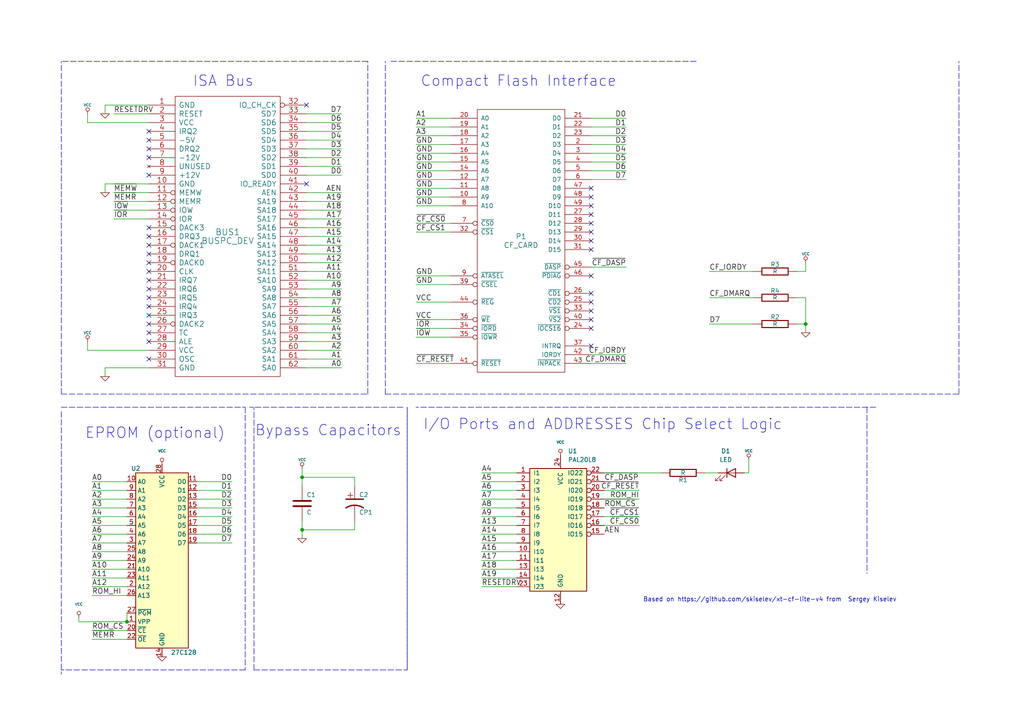
<source format=kicad_sch>
(kicad_sch (version 20250114) (generator "eeschema") (generator_version "9.0")
  (paper "A4")
  (title_block (title "XT-CF-Pico (C) 2025 YO5PTD, GNU Free Documentation License (GFDL)") (date "25 mar 2025"))
  (lib_symbols
    (symbol "28C64_1" (pin_names (offset 1.016))
      (property "Reference" "U" (at 0 1.27 0))
      (property "Value" "28C64" (at 0 -1.27 0))
      (symbol "28C64_1_1_1"
        (pin input line (at -17.78 21.59 0) (length 7.62) (name "A0") (number "10"))
        (pin input line (at -17.78 19.05 0) (length 7.62) (name "A1") (number "9"))
        (pin input line (at -17.78 16.51 0) (length 7.62) (name "A2") (number "8"))
        (pin input line (at -17.78 13.97 0) (length 7.62) (name "A3") (number "7"))
        (pin input line (at -17.78 11.43 0) (length 7.62) (name "A4") (number "6"))
        (pin input line (at -17.78 8.89 0) (length 7.62) (name "A5") (number "5"))
        (pin input line (at -17.78 6.35 0) (length 7.62) (name "A6") (number "4"))
        (pin input line (at -17.78 3.81 0) (length 7.62) (name "A7") (number "3"))
        (pin input line (at -17.78 1.27 0) (length 7.62) (name "A8") (number "25"))
        (pin input line (at -17.78 -1.27 0) (length 7.62) (name "A9") (number "24"))
        (pin input line (at -17.78 -3.81 0) (length 7.62) (name "A10") (number "21"))
        (pin input line (at -17.78 -6.35 0) (length 7.62) (name "A11") (number "23"))
        (pin input line (at -17.78 -8.89 0) (length 7.62) (name "A12") (number "2"))
        (pin input inverted (at -17.78 -16.51 0) (length 7.62) (name "~{CE}") (number "20"))
        (pin input inverted (at -17.78 -19.05 0) (length 7.62) (name "~{OE}") (number "22"))
        (pin input inverted (at -17.78 -21.59 0) (length 7.62) (name "~{WE}") (number "27"))
        (pin power_in line (at 0 22.86 270) (length 0) (hide yes) (name "VCC") (number "28"))
        (pin power_in line (at 0 -22.86 90) (length 0) (hide yes) (name "GND") (number "14"))
        (pin no_connect line (at 10.16 -19.05 180) (length 0) (hide yes) (name "NC") (number "26"))
        (pin bidirectional line (at 17.78 21.59 180) (length 7.62) (name "DQ0") (number "11"))
        (pin bidirectional line (at 17.78 19.05 180) (length 7.62) (name "DQ1") (number "12"))
        (pin bidirectional line (at 17.78 16.51 180) (length 7.62) (name "DQ2") (number "13"))
        (pin bidirectional line (at 17.78 13.97 180) (length 7.62) (name "DQ3") (number "15"))
        (pin bidirectional line (at 17.78 11.43 180) (length 7.62) (name "DQ4") (number "16"))
        (pin bidirectional line (at 17.78 8.89 180) (length 7.62) (name "DQ5") (number "17"))
        (pin bidirectional line (at 17.78 6.35 180) (length 7.62) (name "DQ6") (number "18"))
        (pin bidirectional line (at 17.78 3.81 180) (length 7.62) (name "DQ7") (number "19"))
        (pin output line (at 17.78 -21.59 180) (length 7.62) (name "RDY/~{BUSY}") (number "1"))
      )
    )
    (symbol "74LS04_1" (pin_names (offset 0.762))
      (property "Reference" "U" (at -1.27 -3.81 0))
      (property "Value" "74LS04" (at 0 3.81 0))
      (symbol "74LS04_1_0_0"
        (pin power_in line (at -2.54 2.54 90) (length 0) (hide yes) (name "VCC") (number "14"))
        (pin power_in line (at -2.54 -2.54 90) (length 0) (hide yes) (name "GND") (number "7"))
      )
      (symbol "74LS04_1_1_1"
        (pin input line (at -10.16 0 0) (length 7.62) (name "~") (number "1"))
        (pin output inverted (at 10.16 0 180) (length 7.62) (name "~") (number "2"))
      )
      (symbol "74LS04_1_1_2"
        (pin input inverted (at -10.16 0 0) (length 7.62) (name "~") (number "1"))
        (pin output line (at 10.16 0 180) (length 7.62) (name "~") (number "2"))
      )
      (symbol "74LS04_1_2_1"
        (pin input line (at -10.16 0 0) (length 7.62) (name "~") (number "3"))
        (pin output inverted (at 10.16 0 180) (length 7.62) (name "~") (number "4"))
      )
      (symbol "74LS04_1_2_2"
        (pin input inverted (at -10.16 0 0) (length 7.62) (name "~") (number "3"))
        (pin output line (at 10.16 0 180) (length 7.62) (name "~") (number "4"))
      )
      (symbol "74LS04_1_3_1"
        (pin input line (at -10.16 0 0) (length 7.62) (name "~") (number "5"))
        (pin output inverted (at 10.16 0 180) (length 7.62) (name "~") (number "6"))
      )
      (symbol "74LS04_1_3_2"
        (pin input inverted (at -10.16 0 0) (length 7.62) (name "~") (number "5"))
        (pin output line (at 10.16 0 180) (length 7.62) (name "~") (number "6"))
      )
      (symbol "74LS04_1_4_1"
        (pin input line (at -10.16 0 0) (length 7.62) (name "~") (number "9"))
        (pin output inverted (at 10.16 0 180) (length 7.62) (name "~") (number "8"))
      )
      (symbol "74LS04_1_4_2"
        (pin input inverted (at -10.16 0 0) (length 7.62) (name "~") (number "9"))
        (pin output line (at 10.16 0 180) (length 7.62) (name "~") (number "8"))
      )
      (symbol "74LS04_1_5_1"
        (pin input line (at -10.16 0 0) (length 7.62) (name "~") (number "11"))
        (pin output inverted (at 10.16 0 180) (length 7.62) (name "~") (number "10"))
      )
      (symbol "74LS04_1_5_2"
        (pin input inverted (at -10.16 0 0) (length 7.62) (name "~") (number "11"))
        (pin output line (at 10.16 0 180) (length 7.62) (name "~") (number "10"))
      )
      (symbol "74LS04_1_6_1"
        (pin input line (at -10.16 0 0) (length 7.62) (name "~") (number "13"))
        (pin output inverted (at 10.16 0 180) (length 7.62) (name "~") (number "12"))
      )
      (symbol "74LS04_1_6_2"
        (pin input inverted (at -10.16 0 0) (length 7.62) (name "~") (number "13"))
        (pin output line (at 10.16 0 180) (length 7.62) (name "~") (number "12"))
      )
    )
    (symbol "74LS04_2" (pin_names (offset 0.762))
      (property "Reference" "U" (at -1.27 -3.81 0))
      (property "Value" "74LS04" (at 0 3.81 0))
      (symbol "74LS04_2_0_0"
        (pin power_in line (at -2.54 2.54 90) (length 0) (hide yes) (name "VCC") (number "14"))
        (pin power_in line (at -2.54 -2.54 90) (length 0) (hide yes) (name "GND") (number "7"))
      )
      (symbol "74LS04_2_1_1"
        (pin input line (at -10.16 0 0) (length 7.62) (name "~") (number "1"))
        (pin output inverted (at 10.16 0 180) (length 7.62) (name "~") (number "2"))
      )
      (symbol "74LS04_2_1_2"
        (pin input inverted (at -10.16 0 0) (length 7.62) (name "~") (number "1"))
        (pin output line (at 10.16 0 180) (length 7.62) (name "~") (number "2"))
      )
      (symbol "74LS04_2_2_1"
        (pin input line (at -10.16 0 0) (length 7.62) (name "~") (number "3"))
        (pin output inverted (at 10.16 0 180) (length 7.62) (name "~") (number "4"))
      )
      (symbol "74LS04_2_2_2"
        (pin input inverted (at -10.16 0 0) (length 7.62) (name "~") (number "3"))
        (pin output line (at 10.16 0 180) (length 7.62) (name "~") (number "4"))
      )
      (symbol "74LS04_2_3_1"
        (pin input line (at -10.16 0 0) (length 7.62) (name "~") (number "5"))
        (pin output inverted (at 10.16 0 180) (length 7.62) (name "~") (number "6"))
      )
      (symbol "74LS04_2_3_2"
        (pin input inverted (at -10.16 0 0) (length 7.62) (name "~") (number "5"))
        (pin output line (at 10.16 0 180) (length 7.62) (name "~") (number "6"))
      )
      (symbol "74LS04_2_4_1"
        (pin input line (at -10.16 0 0) (length 7.62) (name "~") (number "9"))
        (pin output inverted (at 10.16 0 180) (length 7.62) (name "~") (number "8"))
      )
      (symbol "74LS04_2_4_2"
        (pin input inverted (at -10.16 0 0) (length 7.62) (name "~") (number "9"))
        (pin output line (at 10.16 0 180) (length 7.62) (name "~") (number "8"))
      )
      (symbol "74LS04_2_5_1"
        (pin input line (at -10.16 0 0) (length 7.62) (name "~") (number "11"))
        (pin output inverted (at 10.16 0 180) (length 7.62) (name "~") (number "10"))
      )
      (symbol "74LS04_2_5_2"
        (pin input inverted (at -10.16 0 0) (length 7.62) (name "~") (number "11"))
        (pin output line (at 10.16 0 180) (length 7.62) (name "~") (number "10"))
      )
      (symbol "74LS04_2_6_1"
        (pin input line (at -10.16 0 0) (length 7.62) (name "~") (number "13"))
        (pin output inverted (at 10.16 0 180) (length 7.62) (name "~") (number "12"))
      )
      (symbol "74LS04_2_6_2"
        (pin input inverted (at -10.16 0 0) (length 7.62) (name "~") (number "13"))
        (pin output line (at 10.16 0 180) (length 7.62) (name "~") (number "12"))
      )
    )
    (symbol "74LS04_3" (pin_names (offset 0.762))
      (property "Reference" "U" (at -1.27 -3.81 0))
      (property "Value" "74LS04" (at 0 3.81 0))
      (symbol "74LS04_3_0_0"
        (pin power_in line (at -2.54 2.54 90) (length 0) (hide yes) (name "VCC") (number "14"))
        (pin power_in line (at -2.54 -2.54 90) (length 0) (hide yes) (name "GND") (number "7"))
      )
      (symbol "74LS04_3_1_1"
        (pin input line (at -10.16 0 0) (length 7.62) (name "~") (number "1"))
        (pin output inverted (at 10.16 0 180) (length 7.62) (name "~") (number "2"))
      )
      (symbol "74LS04_3_1_2"
        (pin input inverted (at -10.16 0 0) (length 7.62) (name "~") (number "1"))
        (pin output line (at 10.16 0 180) (length 7.62) (name "~") (number "2"))
      )
      (symbol "74LS04_3_2_1"
        (pin input line (at -10.16 0 0) (length 7.62) (name "~") (number "3"))
        (pin output inverted (at 10.16 0 180) (length 7.62) (name "~") (number "4"))
      )
      (symbol "74LS04_3_2_2"
        (pin input inverted (at -10.16 0 0) (length 7.62) (name "~") (number "3"))
        (pin output line (at 10.16 0 180) (length 7.62) (name "~") (number "4"))
      )
      (symbol "74LS04_3_3_1"
        (pin input line (at -10.16 0 0) (length 7.62) (name "~") (number "5"))
        (pin output inverted (at 10.16 0 180) (length 7.62) (name "~") (number "6"))
      )
      (symbol "74LS04_3_3_2"
        (pin input inverted (at -10.16 0 0) (length 7.62) (name "~") (number "5"))
        (pin output line (at 10.16 0 180) (length 7.62) (name "~") (number "6"))
      )
      (symbol "74LS04_3_4_1"
        (pin input line (at -10.16 0 0) (length 7.62) (name "~") (number "9"))
        (pin output inverted (at 10.16 0 180) (length 7.62) (name "~") (number "8"))
      )
      (symbol "74LS04_3_4_2"
        (pin input inverted (at -10.16 0 0) (length 7.62) (name "~") (number "9"))
        (pin output line (at 10.16 0 180) (length 7.62) (name "~") (number "8"))
      )
      (symbol "74LS04_3_5_1"
        (pin input line (at -10.16 0 0) (length 7.62) (name "~") (number "11"))
        (pin output inverted (at 10.16 0 180) (length 7.62) (name "~") (number "10"))
      )
      (symbol "74LS04_3_5_2"
        (pin input inverted (at -10.16 0 0) (length 7.62) (name "~") (number "11"))
        (pin output line (at 10.16 0 180) (length 7.62) (name "~") (number "10"))
      )
      (symbol "74LS04_3_6_1"
        (pin input line (at -10.16 0 0) (length 7.62) (name "~") (number "13"))
        (pin output inverted (at 10.16 0 180) (length 7.62) (name "~") (number "12"))
      )
      (symbol "74LS04_3_6_2"
        (pin input inverted (at -10.16 0 0) (length 7.62) (name "~") (number "13"))
        (pin output line (at 10.16 0 180) (length 7.62) (name "~") (number "12"))
      )
    )
    (symbol "74LS04_4" (pin_names (offset 0.762))
      (property "Reference" "U" (at -1.27 -3.81 0))
      (property "Value" "74LS04" (at 0 3.81 0))
      (symbol "74LS04_4_0_0"
        (pin power_in line (at -2.54 2.54 90) (length 0) (hide yes) (name "VCC") (number "14"))
        (pin power_in line (at -2.54 -2.54 90) (length 0) (hide yes) (name "GND") (number "7"))
      )
      (symbol "74LS04_4_1_1"
        (pin input line (at -10.16 0 0) (length 7.62) (name "~") (number "1"))
        (pin output inverted (at 10.16 0 180) (length 7.62) (name "~") (number "2"))
      )
      (symbol "74LS04_4_1_2"
        (pin input inverted (at -10.16 0 0) (length 7.62) (name "~") (number "1"))
        (pin output line (at 10.16 0 180) (length 7.62) (name "~") (number "2"))
      )
      (symbol "74LS04_4_2_1"
        (pin input line (at -10.16 0 0) (length 7.62) (name "~") (number "3"))
        (pin output inverted (at 10.16 0 180) (length 7.62) (name "~") (number "4"))
      )
      (symbol "74LS04_4_2_2"
        (pin input inverted (at -10.16 0 0) (length 7.62) (name "~") (number "3"))
        (pin output line (at 10.16 0 180) (length 7.62) (name "~") (number "4"))
      )
      (symbol "74LS04_4_3_1"
        (pin input line (at -10.16 0 0) (length 7.62) (name "~") (number "5"))
        (pin output inverted (at 10.16 0 180) (length 7.62) (name "~") (number "6"))
      )
      (symbol "74LS04_4_3_2"
        (pin input inverted (at -10.16 0 0) (length 7.62) (name "~") (number "5"))
        (pin output line (at 10.16 0 180) (length 7.62) (name "~") (number "6"))
      )
      (symbol "74LS04_4_4_1"
        (pin input line (at -10.16 0 0) (length 7.62) (name "~") (number "9"))
        (pin output inverted (at 10.16 0 180) (length 7.62) (name "~") (number "8"))
      )
      (symbol "74LS04_4_4_2"
        (pin input inverted (at -10.16 0 0) (length 7.62) (name "~") (number "9"))
        (pin output line (at 10.16 0 180) (length 7.62) (name "~") (number "8"))
      )
      (symbol "74LS04_4_5_1"
        (pin input line (at -10.16 0 0) (length 7.62) (name "~") (number "11"))
        (pin output inverted (at 10.16 0 180) (length 7.62) (name "~") (number "10"))
      )
      (symbol "74LS04_4_5_2"
        (pin input inverted (at -10.16 0 0) (length 7.62) (name "~") (number "11"))
        (pin output line (at 10.16 0 180) (length 7.62) (name "~") (number "10"))
      )
      (symbol "74LS04_4_6_1"
        (pin input line (at -10.16 0 0) (length 7.62) (name "~") (number "13"))
        (pin output inverted (at 10.16 0 180) (length 7.62) (name "~") (number "12"))
      )
      (symbol "74LS04_4_6_2"
        (pin input inverted (at -10.16 0 0) (length 7.62) (name "~") (number "13"))
        (pin output line (at 10.16 0 180) (length 7.62) (name "~") (number "12"))
      )
    )
    (symbol "74LS04_5" (pin_names (offset 0.762))
      (property "Reference" "U" (at -1.27 -3.81 0))
      (property "Value" "74LS04" (at 0 3.81 0))
      (symbol "74LS04_5_0_0"
        (pin power_in line (at -2.54 2.54 90) (length 0) (hide yes) (name "VCC") (number "14"))
        (pin power_in line (at -2.54 -2.54 90) (length 0) (hide yes) (name "GND") (number "7"))
      )
      (symbol "74LS04_5_1_1"
        (pin input line (at -10.16 0 0) (length 7.62) (name "~") (number "1"))
        (pin output inverted (at 10.16 0 180) (length 7.62) (name "~") (number "2"))
      )
      (symbol "74LS04_5_1_2"
        (pin input inverted (at -10.16 0 0) (length 7.62) (name "~") (number "1"))
        (pin output line (at 10.16 0 180) (length 7.62) (name "~") (number "2"))
      )
      (symbol "74LS04_5_2_1"
        (pin input line (at -10.16 0 0) (length 7.62) (name "~") (number "3"))
        (pin output inverted (at 10.16 0 180) (length 7.62) (name "~") (number "4"))
      )
      (symbol "74LS04_5_2_2"
        (pin input inverted (at -10.16 0 0) (length 7.62) (name "~") (number "3"))
        (pin output line (at 10.16 0 180) (length 7.62) (name "~") (number "4"))
      )
      (symbol "74LS04_5_3_1"
        (pin input line (at -10.16 0 0) (length 7.62) (name "~") (number "5"))
        (pin output inverted (at 10.16 0 180) (length 7.62) (name "~") (number "6"))
      )
      (symbol "74LS04_5_3_2"
        (pin input inverted (at -10.16 0 0) (length 7.62) (name "~") (number "5"))
        (pin output line (at 10.16 0 180) (length 7.62) (name "~") (number "6"))
      )
      (symbol "74LS04_5_4_1"
        (pin input line (at -10.16 0 0) (length 7.62) (name "~") (number "9"))
        (pin output inverted (at 10.16 0 180) (length 7.62) (name "~") (number "8"))
      )
      (symbol "74LS04_5_4_2"
        (pin input inverted (at -10.16 0 0) (length 7.62) (name "~") (number "9"))
        (pin output line (at 10.16 0 180) (length 7.62) (name "~") (number "8"))
      )
      (symbol "74LS04_5_5_1"
        (pin input line (at -10.16 0 0) (length 7.62) (name "~") (number "11"))
        (pin output inverted (at 10.16 0 180) (length 7.62) (name "~") (number "10"))
      )
      (symbol "74LS04_5_5_2"
        (pin input inverted (at -10.16 0 0) (length 7.62) (name "~") (number "11"))
        (pin output line (at 10.16 0 180) (length 7.62) (name "~") (number "10"))
      )
      (symbol "74LS04_5_6_1"
        (pin input line (at -10.16 0 0) (length 7.62) (name "~") (number "13"))
        (pin output inverted (at 10.16 0 180) (length 7.62) (name "~") (number "12"))
      )
      (symbol "74LS04_5_6_2"
        (pin input inverted (at -10.16 0 0) (length 7.62) (name "~") (number "13"))
        (pin output line (at 10.16 0 180) (length 7.62) (name "~") (number "12"))
      )
    )
    (symbol "74LS04_6" (pin_names (offset 0.762))
      (property "Reference" "U" (at -1.27 -3.81 0))
      (property "Value" "74LS04" (at 0 3.81 0))
      (symbol "74LS04_6_0_0"
        (pin power_in line (at -2.54 2.54 90) (length 0) (hide yes) (name "VCC") (number "14"))
        (pin power_in line (at -2.54 -2.54 90) (length 0) (hide yes) (name "GND") (number "7"))
      )
      (symbol "74LS04_6_1_1"
        (pin input line (at -10.16 0 0) (length 7.62) (name "~") (number "1"))
        (pin output inverted (at 10.16 0 180) (length 7.62) (name "~") (number "2"))
      )
      (symbol "74LS04_6_1_2"
        (pin input inverted (at -10.16 0 0) (length 7.62) (name "~") (number "1"))
        (pin output line (at 10.16 0 180) (length 7.62) (name "~") (number "2"))
      )
      (symbol "74LS04_6_2_1"
        (pin input line (at -10.16 0 0) (length 7.62) (name "~") (number "3"))
        (pin output inverted (at 10.16 0 180) (length 7.62) (name "~") (number "4"))
      )
      (symbol "74LS04_6_2_2"
        (pin input inverted (at -10.16 0 0) (length 7.62) (name "~") (number "3"))
        (pin output line (at 10.16 0 180) (length 7.62) (name "~") (number "4"))
      )
      (symbol "74LS04_6_3_1"
        (pin input line (at -10.16 0 0) (length 7.62) (name "~") (number "5"))
        (pin output inverted (at 10.16 0 180) (length 7.62) (name "~") (number "6"))
      )
      (symbol "74LS04_6_3_2"
        (pin input inverted (at -10.16 0 0) (length 7.62) (name "~") (number "5"))
        (pin output line (at 10.16 0 180) (length 7.62) (name "~") (number "6"))
      )
      (symbol "74LS04_6_4_1"
        (pin input line (at -10.16 0 0) (length 7.62) (name "~") (number "9"))
        (pin output inverted (at 10.16 0 180) (length 7.62) (name "~") (number "8"))
      )
      (symbol "74LS04_6_4_2"
        (pin input inverted (at -10.16 0 0) (length 7.62) (name "~") (number "9"))
        (pin output line (at 10.16 0 180) (length 7.62) (name "~") (number "8"))
      )
      (symbol "74LS04_6_5_1"
        (pin input line (at -10.16 0 0) (length 7.62) (name "~") (number "11"))
        (pin output inverted (at 10.16 0 180) (length 7.62) (name "~") (number "10"))
      )
      (symbol "74LS04_6_5_2"
        (pin input inverted (at -10.16 0 0) (length 7.62) (name "~") (number "11"))
        (pin output line (at 10.16 0 180) (length 7.62) (name "~") (number "10"))
      )
      (symbol "74LS04_6_6_1"
        (pin input line (at -10.16 0 0) (length 7.62) (name "~") (number "13"))
        (pin output inverted (at 10.16 0 180) (length 7.62) (name "~") (number "12"))
      )
      (symbol "74LS04_6_6_2"
        (pin input inverted (at -10.16 0 0) (length 7.62) (name "~") (number "13"))
        (pin output line (at 10.16 0 180) (length 7.62) (name "~") (number "12"))
      )
    )
    (symbol "74LS32_1" (pin_names (offset 0.762))
      (property "Reference" "U" (at 0 0 0))
      (property "Value" "74LS32" (at 0 3.81 0))
      (symbol "74LS32_1_0_0"
        (pin power_in line (at -1.27 2.54 90) (length 0) (hide yes) (name "VCC") (number "14"))
        (pin power_in line (at -1.27 -2.54 90) (length 0) (hide yes) (name "GND") (number "7"))
      )
      (symbol "74LS32_1_1_1"
        (pin input line (at -10.16 1.27 0) (length 8.001) (name "~") (number "1"))
        (pin input line (at -10.16 -1.27 0) (length 8.001) (name "~") (number "2"))
        (pin output line (at 11.43 0 180) (length 7.62) (name "~") (number "3"))
      )
      (symbol "74LS32_1_1_2"
        (pin input line (at -10.16 1.27 0) (length 7.62) (name "~") (number "1"))
        (pin input line (at -10.16 -1.27 0) (length 7.62) (name "~") (number "2"))
        (pin output inverted (at 11.43 0 180) (length 7.62) (name "~") (number "3"))
      )
      (symbol "74LS32_1_2_1"
        (pin input line (at -10.16 1.27 0) (length 8.001) (name "~") (number "4"))
        (pin input line (at -10.16 -1.27 0) (length 8.001) (name "~") (number "5"))
        (pin output line (at 11.43 0 180) (length 7.62) (name "~") (number "6"))
      )
      (symbol "74LS32_1_2_2"
        (pin input line (at -10.16 1.27 0) (length 7.62) (name "~") (number "4"))
        (pin input line (at -10.16 -1.27 0) (length 7.62) (name "~") (number "5"))
        (pin output inverted (at 11.43 0 180) (length 7.62) (name "~") (number "6"))
      )
      (symbol "74LS32_1_3_1"
        (pin input line (at -10.16 1.27 0) (length 8.001) (name "~") (number "9"))
        (pin input line (at -10.16 -1.27 0) (length 8.001) (name "~") (number "10"))
        (pin output line (at 11.43 0 180) (length 7.62) (name "~") (number "8"))
      )
      (symbol "74LS32_1_3_2"
        (pin input line (at -10.16 1.27 0) (length 7.62) (name "~") (number "9"))
        (pin input line (at -10.16 -1.27 0) (length 7.62) (name "~") (number "10"))
        (pin output inverted (at 11.43 0 180) (length 7.62) (name "~") (number "8"))
      )
      (symbol "74LS32_1_4_1"
        (pin input line (at -10.16 1.27 0) (length 8.001) (name "~") (number "12"))
        (pin input line (at -10.16 -1.27 0) (length 8.001) (name "~") (number "13"))
        (pin output line (at 11.43 0 180) (length 7.62) (name "~") (number "11"))
      )
      (symbol "74LS32_1_4_2"
        (pin input line (at -10.16 1.27 0) (length 7.62) (name "~") (number "12"))
        (pin input line (at -10.16 -1.27 0) (length 7.62) (name "~") (number "13"))
        (pin output inverted (at 11.43 0 180) (length 7.62) (name "~") (number "11"))
      )
    )
    (symbol "74LS32_2" (pin_names (offset 0.762))
      (property "Reference" "U" (at 0 0 0))
      (property "Value" "74LS32" (at 0 3.81 0))
      (symbol "74LS32_2_0_0"
        (pin power_in line (at -1.27 2.54 90) (length 0) (hide yes) (name "VCC") (number "14"))
        (pin power_in line (at -1.27 -2.54 90) (length 0) (hide yes) (name "GND") (number "7"))
      )
      (symbol "74LS32_2_1_1"
        (pin input line (at -10.16 1.27 0) (length 8.001) (name "~") (number "1"))
        (pin input line (at -10.16 -1.27 0) (length 8.001) (name "~") (number "2"))
        (pin output line (at 11.43 0 180) (length 7.62) (name "~") (number "3"))
      )
      (symbol "74LS32_2_1_2"
        (pin input line (at -10.16 1.27 0) (length 7.62) (name "~") (number "1"))
        (pin input line (at -10.16 -1.27 0) (length 7.62) (name "~") (number "2"))
        (pin output inverted (at 11.43 0 180) (length 7.62) (name "~") (number "3"))
      )
      (symbol "74LS32_2_2_1"
        (pin input line (at -10.16 1.27 0) (length 8.001) (name "~") (number "4"))
        (pin input line (at -10.16 -1.27 0) (length 8.001) (name "~") (number "5"))
        (pin output line (at 11.43 0 180) (length 7.62) (name "~") (number "6"))
      )
      (symbol "74LS32_2_2_2"
        (pin input line (at -10.16 1.27 0) (length 7.62) (name "~") (number "4"))
        (pin input line (at -10.16 -1.27 0) (length 7.62) (name "~") (number "5"))
        (pin output inverted (at 11.43 0 180) (length 7.62) (name "~") (number "6"))
      )
      (symbol "74LS32_2_3_1"
        (pin input line (at -10.16 1.27 0) (length 8.001) (name "~") (number "9"))
        (pin input line (at -10.16 -1.27 0) (length 8.001) (name "~") (number "10"))
        (pin output line (at 11.43 0 180) (length 7.62) (name "~") (number "8"))
      )
      (symbol "74LS32_2_3_2"
        (pin input line (at -10.16 1.27 0) (length 7.62) (name "~") (number "9"))
        (pin input line (at -10.16 -1.27 0) (length 7.62) (name "~") (number "10"))
        (pin output inverted (at 11.43 0 180) (length 7.62) (name "~") (number "8"))
      )
      (symbol "74LS32_2_4_1"
        (pin input line (at -10.16 1.27 0) (length 8.001) (name "~") (number "12"))
        (pin input line (at -10.16 -1.27 0) (length 8.001) (name "~") (number "13"))
        (pin output line (at 11.43 0 180) (length 7.62) (name "~") (number "11"))
      )
      (symbol "74LS32_2_4_2"
        (pin input line (at -10.16 1.27 0) (length 7.62) (name "~") (number "12"))
        (pin input line (at -10.16 -1.27 0) (length 7.62) (name "~") (number "13"))
        (pin output inverted (at 11.43 0 180) (length 7.62) (name "~") (number "11"))
      )
    )
    (symbol "74LS32_3" (pin_names (offset 0.762))
      (property "Reference" "U" (at 0 0 0))
      (property "Value" "74LS32" (at 0 3.81 0))
      (symbol "74LS32_3_0_0"
        (pin power_in line (at -1.27 2.54 90) (length 0) (hide yes) (name "VCC") (number "14"))
        (pin power_in line (at -1.27 -2.54 90) (length 0) (hide yes) (name "GND") (number "7"))
      )
      (symbol "74LS32_3_1_1"
        (pin input line (at -10.16 1.27 0) (length 8.001) (name "~") (number "1"))
        (pin input line (at -10.16 -1.27 0) (length 8.001) (name "~") (number "2"))
        (pin output line (at 11.43 0 180) (length 7.62) (name "~") (number "3"))
      )
      (symbol "74LS32_3_1_2"
        (pin input line (at -10.16 1.27 0) (length 7.62) (name "~") (number "1"))
        (pin input line (at -10.16 -1.27 0) (length 7.62) (name "~") (number "2"))
        (pin output inverted (at 11.43 0 180) (length 7.62) (name "~") (number "3"))
      )
      (symbol "74LS32_3_2_1"
        (pin input line (at -10.16 1.27 0) (length 8.001) (name "~") (number "4"))
        (pin input line (at -10.16 -1.27 0) (length 8.001) (name "~") (number "5"))
        (pin output line (at 11.43 0 180) (length 7.62) (name "~") (number "6"))
      )
      (symbol "74LS32_3_2_2"
        (pin input line (at -10.16 1.27 0) (length 7.62) (name "~") (number "4"))
        (pin input line (at -10.16 -1.27 0) (length 7.62) (name "~") (number "5"))
        (pin output inverted (at 11.43 0 180) (length 7.62) (name "~") (number "6"))
      )
      (symbol "74LS32_3_3_1"
        (pin input line (at -10.16 1.27 0) (length 8.001) (name "~") (number "9"))
        (pin input line (at -10.16 -1.27 0) (length 8.001) (name "~") (number "10"))
        (pin output line (at 11.43 0 180) (length 7.62) (name "~") (number "8"))
      )
      (symbol "74LS32_3_3_2"
        (pin input line (at -10.16 1.27 0) (length 7.62) (name "~") (number "9"))
        (pin input line (at -10.16 -1.27 0) (length 7.62) (name "~") (number "10"))
        (pin output inverted (at 11.43 0 180) (length 7.62) (name "~") (number "8"))
      )
      (symbol "74LS32_3_4_1"
        (pin input line (at -10.16 1.27 0) (length 8.001) (name "~") (number "12"))
        (pin input line (at -10.16 -1.27 0) (length 8.001) (name "~") (number "13"))
        (pin output line (at 11.43 0 180) (length 7.62) (name "~") (number "11"))
      )
      (symbol "74LS32_3_4_2"
        (pin input line (at -10.16 1.27 0) (length 7.62) (name "~") (number "12"))
        (pin input line (at -10.16 -1.27 0) (length 7.62) (name "~") (number "13"))
        (pin output inverted (at 11.43 0 180) (length 7.62) (name "~") (number "11"))
      )
    )
    (symbol "74LS32_4" (pin_names (offset 0.762))
      (property "Reference" "U" (at 0 0 0))
      (property "Value" "74LS32" (at 0 3.81 0))
      (symbol "74LS32_4_0_0"
        (pin power_in line (at -1.27 2.54 90) (length 0) (hide yes) (name "VCC") (number "14"))
        (pin power_in line (at -1.27 -2.54 90) (length 0) (hide yes) (name "GND") (number "7"))
      )
      (symbol "74LS32_4_1_1"
        (pin input line (at -10.16 1.27 0) (length 8.001) (name "~") (number "1"))
        (pin input line (at -10.16 -1.27 0) (length 8.001) (name "~") (number "2"))
        (pin output line (at 11.43 0 180) (length 7.62) (name "~") (number "3"))
      )
      (symbol "74LS32_4_1_2"
        (pin input line (at -10.16 1.27 0) (length 7.62) (name "~") (number "1"))
        (pin input line (at -10.16 -1.27 0) (length 7.62) (name "~") (number "2"))
        (pin output inverted (at 11.43 0 180) (length 7.62) (name "~") (number "3"))
      )
      (symbol "74LS32_4_2_1"
        (pin input line (at -10.16 1.27 0) (length 8.001) (name "~") (number "4"))
        (pin input line (at -10.16 -1.27 0) (length 8.001) (name "~") (number "5"))
        (pin output line (at 11.43 0 180) (length 7.62) (name "~") (number "6"))
      )
      (symbol "74LS32_4_2_2"
        (pin input line (at -10.16 1.27 0) (length 7.62) (name "~") (number "4"))
        (pin input line (at -10.16 -1.27 0) (length 7.62) (name "~") (number "5"))
        (pin output inverted (at 11.43 0 180) (length 7.62) (name "~") (number "6"))
      )
      (symbol "74LS32_4_3_1"
        (pin input line (at -10.16 1.27 0) (length 8.001) (name "~") (number "9"))
        (pin input line (at -10.16 -1.27 0) (length 8.001) (name "~") (number "10"))
        (pin output line (at 11.43 0 180) (length 7.62) (name "~") (number "8"))
      )
      (symbol "74LS32_4_3_2"
        (pin input line (at -10.16 1.27 0) (length 7.62) (name "~") (number "9"))
        (pin input line (at -10.16 -1.27 0) (length 7.62) (name "~") (number "10"))
        (pin output inverted (at 11.43 0 180) (length 7.62) (name "~") (number "8"))
      )
      (symbol "74LS32_4_4_1"
        (pin input line (at -10.16 1.27 0) (length 8.001) (name "~") (number "12"))
        (pin input line (at -10.16 -1.27 0) (length 8.001) (name "~") (number "13"))
        (pin output line (at 11.43 0 180) (length 7.62) (name "~") (number "11"))
      )
      (symbol "74LS32_4_4_2"
        (pin input line (at -10.16 1.27 0) (length 7.62) (name "~") (number "12"))
        (pin input line (at -10.16 -1.27 0) (length 7.62) (name "~") (number "13"))
        (pin output inverted (at 11.43 0 180) (length 7.62) (name "~") (number "11"))
      )
    )
    (symbol "74LS688_1" (pin_names (offset 0.254))
      (property "Reference" "U" (at 0 1.27 0))
      (property "Value" "74LS688" (at 0 -1.27 0))
      (symbol "74LS688_1_0_0"
        (pin power_in line (at 0 -24.13 90) (length 0) (hide yes) (name "GND") (number "10"))
      )
      (symbol "74LS688_1_0_1"
        (pin power_in line (at 0 24.13 270) (length 0) (hide yes) (name "VCC") (number "20"))
      )
      (symbol "74LS688_1_1_1"
        (pin input line (at -15.24 22.86 0) (length 7.62) (name "P0") (number "2"))
        (pin input line (at -15.24 20.32 0) (length 7.62) (name "P1") (number "4"))
        (pin input line (at -15.24 17.78 0) (length 7.62) (name "P2") (number "6"))
        (pin input line (at -15.24 15.24 0) (length 7.62) (name "P3") (number "8"))
        (pin input line (at -15.24 12.7 0) (length 7.62) (name "P4") (number "11"))
        (pin input line (at -15.24 10.16 0) (length 7.62) (name "P5") (number "13"))
        (pin input line (at -15.24 7.62 0) (length 7.62) (name "P6") (number "15"))
        (pin input line (at -15.24 5.08 0) (length 7.62) (name "P7") (number "17"))
        (pin input line (at -15.24 0 0) (length 7.62) (name "Q0") (number "3"))
        (pin input line (at -15.24 -2.54 0) (length 7.62) (name "Q1") (number "5"))
        (pin input line (at -15.24 -5.08 0) (length 7.62) (name "Q2") (number "7"))
        (pin input line (at -15.24 -7.62 0) (length 7.62) (name "Q3") (number "9"))
        (pin input line (at -15.24 -10.16 0) (length 7.62) (name "Q4") (number "12"))
        (pin input line (at -15.24 -12.7 0) (length 7.62) (name "Q5") (number "14"))
        (pin input line (at -15.24 -15.24 0) (length 7.62) (name "Q6") (number "16"))
        (pin input line (at -15.24 -17.78 0) (length 7.62) (name "Q7") (number "18"))
        (pin input inverted (at -15.24 -22.86 0) (length 7.62) (name "~{G}") (number "1"))
        (pin output inverted (at 15.24 22.86 180) (length 7.62) (name "~{P=Q}") (number "19"))
      )
    )
    (symbol "74LS688_2" (pin_names (offset 0.254))
      (property "Reference" "U" (at 0 1.27 0))
      (property "Value" "74LS688" (at 0 -1.27 0))
      (symbol "74LS688_2_0_0"
        (pin power_in line (at 0 -24.13 90) (length 0) (hide yes) (name "GND") (number "10"))
      )
      (symbol "74LS688_2_0_1"
        (pin power_in line (at 0 24.13 270) (length 0) (hide yes) (name "VCC") (number "20"))
      )
      (symbol "74LS688_2_1_1"
        (pin input line (at -15.24 22.86 0) (length 7.62) (name "P0") (number "2"))
        (pin input line (at -15.24 20.32 0) (length 7.62) (name "P1") (number "4"))
        (pin input line (at -15.24 17.78 0) (length 7.62) (name "P2") (number "6"))
        (pin input line (at -15.24 15.24 0) (length 7.62) (name "P3") (number "8"))
        (pin input line (at -15.24 12.7 0) (length 7.62) (name "P4") (number "11"))
        (pin input line (at -15.24 10.16 0) (length 7.62) (name "P5") (number "13"))
        (pin input line (at -15.24 7.62 0) (length 7.62) (name "P6") (number "15"))
        (pin input line (at -15.24 5.08 0) (length 7.62) (name "P7") (number "17"))
        (pin input line (at -15.24 0 0) (length 7.62) (name "Q0") (number "3"))
        (pin input line (at -15.24 -2.54 0) (length 7.62) (name "Q1") (number "5"))
        (pin input line (at -15.24 -5.08 0) (length 7.62) (name "Q2") (number "7"))
        (pin input line (at -15.24 -7.62 0) (length 7.62) (name "Q3") (number "9"))
        (pin input line (at -15.24 -10.16 0) (length 7.62) (name "Q4") (number "12"))
        (pin input line (at -15.24 -12.7 0) (length 7.62) (name "Q5") (number "14"))
        (pin input line (at -15.24 -15.24 0) (length 7.62) (name "Q6") (number "16"))
        (pin input line (at -15.24 -17.78 0) (length 7.62) (name "Q7") (number "18"))
        (pin input inverted (at -15.24 -22.86 0) (length 7.62) (name "~{G}") (number "1"))
        (pin output inverted (at 15.24 22.86 180) (length 7.62) (name "~{P=Q}") (number "19"))
      )
    )
    (symbol "BUSPC_DEV_1" (pin_names (offset 1.016))
      (property "Reference" "BUS" (at 0 1.27 0))
      (property "Value" "BUSPC_DEV" (at 0 -1.27 0))
      (symbol "BUSPC_DEV_1_1_1"
        (pin power_out line (at -22.86 38.1 0) (length 7.62) (name "GND") (number "1"))
        (pin output line (at -22.86 35.56 0) (length 7.62) (name "RESET") (number "2"))
        (pin power_out line (at -22.86 33.02 0) (length 7.62) (name "VCC") (number "3"))
        (pin input line (at -22.86 30.48 0) (length 7.62) (name "IRQ2") (number "4"))
        (pin power_out line (at -22.86 27.94 0) (length 7.62) (name "-5V") (number "5"))
        (pin input line (at -22.86 25.4 0) (length 7.62) (name "DRQ2") (number "6"))
        (pin power_out line (at -22.86 22.86 0) (length 7.62) (name "-12V") (number "7"))
        (pin no_connect line (at -22.86 20.32 0) (length 7.62) (name "UNUSED") (number "8"))
        (pin power_out line (at -22.86 17.78 0) (length 7.62) (name "+12V") (number "9"))
        (pin power_in line (at -22.86 15.24 0) (length 7.62) (name "GND") (number "10"))
        (pin output inverted (at -22.86 12.7 0) (length 7.62) (name "MEMW") (number "11"))
        (pin output inverted (at -22.86 10.16 0) (length 7.62) (name "MEMR") (number "12"))
        (pin output inverted (at -22.86 7.62 0) (length 7.62) (name "IOW") (number "13"))
        (pin output inverted (at -22.86 5.08 0) (length 7.62) (name "IOR") (number "14"))
        (pin output inverted (at -22.86 2.54 0) (length 7.62) (name "DACK3") (number "15"))
        (pin input line (at -22.86 0 0) (length 7.62) (name "DRQ3") (number "16"))
        (pin output inverted (at -22.86 -2.54 0) (length 7.62) (name "DACK1") (number "17"))
        (pin input line (at -22.86 -5.08 0) (length 7.62) (name "DRQ1") (number "18"))
        (pin output inverted (at -22.86 -7.62 0) (length 7.62) (name "DACK0") (number "19"))
        (pin output line (at -22.86 -10.16 0) (length 7.62) (name "CLK") (number "20"))
        (pin input line (at -22.86 -12.7 0) (length 7.62) (name "IRQ7") (number "21"))
        (pin input line (at -22.86 -15.24 0) (length 7.62) (name "IRQ6") (number "22"))
        (pin input line (at -22.86 -17.78 0) (length 7.62) (name "IRQ5") (number "23"))
        (pin input line (at -22.86 -20.32 0) (length 7.62) (name "IRQ4") (number "24"))
        (pin input line (at -22.86 -22.86 0) (length 7.62) (name "IRQ3") (number "25"))
        (pin output inverted (at -22.86 -25.4 0) (length 7.62) (name "DACK2") (number "26"))
        (pin output line (at -22.86 -27.94 0) (length 7.62) (name "TC") (number "27"))
        (pin output line (at -22.86 -30.48 0) (length 7.62) (name "ALE") (number "28"))
        (pin power_in line (at -22.86 -33.02 0) (length 7.62) (name "VCC") (number "29"))
        (pin output line (at -22.86 -35.56 0) (length 7.62) (name "OSC") (number "30"))
        (pin power_in line (at -22.86 -38.1 0) (length 7.62) (name "GND") (number "31"))
        (pin input inverted (at 22.86 38.1 180) (length 7.62) (name "IO_CH_CK") (number "32"))
        (pin bidirectional line (at 22.86 35.56 180) (length 7.62) (name "SD7") (number "33"))
        (pin bidirectional line (at 22.86 33.02 180) (length 7.62) (name "SD6") (number "34"))
        (pin bidirectional line (at 22.86 30.48 180) (length 7.62) (name "SD5") (number "35"))
        (pin bidirectional line (at 22.86 27.94 180) (length 7.62) (name "SD4") (number "36"))
        (pin bidirectional line (at 22.86 25.4 180) (length 7.62) (name "SD3") (number "37"))
        (pin bidirectional line (at 22.86 22.86 180) (length 7.62) (name "SD2") (number "38"))
        (pin bidirectional line (at 22.86 20.32 180) (length 7.62) (name "SD1") (number "39"))
        (pin bidirectional line (at 22.86 17.78 180) (length 7.62) (name "SD0") (number "40"))
        (pin input line (at 22.86 15.24 180) (length 7.62) (name "IO_READY") (number "41"))
        (pin output line (at 22.86 12.7 180) (length 7.62) (name "AEN") (number "42"))
        (pin output line (at 22.86 10.16 180) (length 7.62) (name "SA19") (number "43"))
        (pin output line (at 22.86 7.62 180) (length 7.62) (name "SA18") (number "44"))
        (pin output line (at 22.86 5.08 180) (length 7.62) (name "SA17") (number "45"))
        (pin output line (at 22.86 2.54 180) (length 7.62) (name "SA16") (number "46"))
        (pin output line (at 22.86 0 180) (length 7.62) (name "SA15") (number "47"))
        (pin output line (at 22.86 -2.54 180) (length 7.62) (name "SA14") (number "48"))
        (pin output line (at 22.86 -5.08 180) (length 7.62) (name "SA13") (number "49"))
        (pin output line (at 22.86 -7.62 180) (length 7.62) (name "SA12") (number "50"))
        (pin output line (at 22.86 -10.16 180) (length 7.62) (name "SA11") (number "51"))
        (pin output line (at 22.86 -12.7 180) (length 7.62) (name "SA10") (number "52"))
        (pin output line (at 22.86 -15.24 180) (length 7.62) (name "SA9") (number "53"))
        (pin output line (at 22.86 -17.78 180) (length 7.62) (name "SA8") (number "54"))
        (pin output line (at 22.86 -20.32 180) (length 7.62) (name "SA7") (number "55"))
        (pin output line (at 22.86 -22.86 180) (length 7.62) (name "SA6") (number "56"))
        (pin output line (at 22.86 -25.4 180) (length 7.62) (name "SA5") (number "57"))
        (pin output line (at 22.86 -27.94 180) (length 7.62) (name "SA4") (number "58"))
        (pin output line (at 22.86 -30.48 180) (length 7.62) (name "SA3") (number "59"))
        (pin output line (at 22.86 -33.02 180) (length 7.62) (name "SA2") (number "60"))
        (pin output line (at 22.86 -35.56 180) (length 7.62) (name "SA1") (number "61"))
        (pin output line (at 22.86 -38.1 180) (length 7.62) (name "SA0") (number "62"))
      )
    )
    (symbol "CF_CARD_1" (pin_names (offset 1.016))
      (property "Reference" "P" (at 0 1.27 0))
      (property "Value" "CF_CARD" (at 0 -1.27 0))
      (symbol "CF_CARD_1_1_1"
        (pin input line (at -20.32 35.56 0) (length 7.62) (name "A0") (number "20"))
        (pin input line (at -20.32 33.02 0) (length 7.62) (name "A1") (number "19"))
        (pin input line (at -20.32 30.48 0) (length 7.62) (name "A2") (number "18"))
        (pin input line (at -20.32 27.94 0) (length 7.62) (name "A3") (number "17"))
        (pin input line (at -20.32 25.4 0) (length 7.62) (name "A4") (number "16"))
        (pin input line (at -20.32 22.86 0) (length 7.62) (name "A5") (number "15"))
        (pin input line (at -20.32 20.32 0) (length 7.62) (name "A6") (number "14"))
        (pin input line (at -20.32 17.78 0) (length 7.62) (name "A7") (number "12"))
        (pin input line (at -20.32 15.24 0) (length 7.62) (name "A8") (number "11"))
        (pin input line (at -20.32 12.7 0) (length 7.62) (name "A9") (number "10"))
        (pin input line (at -20.32 10.16 0) (length 7.62) (name "A10") (number "8"))
        (pin input inverted (at -20.32 5.08 0) (length 7.62) (name "~{CS0}") (number "7"))
        (pin input inverted (at -20.32 2.54 0) (length 7.62) (name "~{CS1}") (number "32"))
        (pin input inverted (at -20.32 -10.16 0) (length 7.62) (name "~{ATASEL}") (number "9"))
        (pin input inverted (at -20.32 -12.7 0) (length 7.62) (name "~{CSEL}") (number "39"))
        (pin input inverted (at -20.32 -17.78 0) (length 7.62) (name "~{REG}") (number "44"))
        (pin input inverted (at -20.32 -22.86 0) (length 7.62) (name "~{WE}") (number "36"))
        (pin input inverted (at -20.32 -25.4 0) (length 7.62) (name "~{IORD}") (number "34"))
        (pin input inverted (at -20.32 -27.94 0) (length 7.62) (name "~{IOWR}") (number "35"))
        (pin input inverted (at -20.32 -35.56 0) (length 7.62) (name "~{RESET}") (number "41"))
        (pin power_in line (at -2.54 38.1 270) (length 0) (hide yes) (name "VCC") (number "13"))
        (pin power_in line (at -2.54 -38.1 90) (length 0) (hide yes) (name "GND") (number "1"))
        (pin power_in line (at 2.54 38.1 270) (length 0) (hide yes) (name "VCC") (number "38"))
        (pin power_in line (at 2.54 -38.1 90) (length 0) (hide yes) (name "GND") (number "50"))
        (pin tri_state line (at 20.32 35.56 180) (length 7.62) (name "D0") (number "21"))
        (pin tri_state line (at 20.32 33.02 180) (length 7.62) (name "D1") (number "22"))
        (pin tri_state line (at 20.32 30.48 180) (length 7.62) (name "D2") (number "23"))
        (pin tri_state line (at 20.32 27.94 180) (length 7.62) (name "D3") (number "2"))
        (pin tri_state line (at 20.32 25.4 180) (length 7.62) (name "D4") (number "3"))
        (pin tri_state line (at 20.32 22.86 180) (length 7.62) (name "D5") (number "4"))
        (pin tri_state line (at 20.32 20.32 180) (length 7.62) (name "D6") (number "5"))
        (pin tri_state line (at 20.32 17.78 180) (length 7.62) (name "D7") (number "6"))
        (pin tri_state line (at 20.32 15.24 180) (length 7.62) (name "D8") (number "47"))
        (pin tri_state line (at 20.32 12.7 180) (length 7.62) (name "D9") (number "48"))
        (pin tri_state line (at 20.32 10.16 180) (length 7.62) (name "D10") (number "49"))
        (pin tri_state line (at 20.32 7.62 180) (length 7.62) (name "D11") (number "27"))
        (pin tri_state line (at 20.32 5.08 180) (length 7.62) (name "D12") (number "28"))
        (pin tri_state line (at 20.32 2.54 180) (length 7.62) (name "D13") (number "29"))
        (pin tri_state line (at 20.32 0 180) (length 7.62) (name "D14") (number "30"))
        (pin tri_state line (at 20.32 -2.54 180) (length 7.62) (name "D15") (number "31"))
        (pin output inverted (at 20.32 -7.62 180) (length 7.62) (name "~{DASP}") (number "45"))
        (pin output inverted (at 20.32 -10.16 180) (length 7.62) (name "~{PDIAG}") (number "46"))
        (pin output inverted (at 20.32 -15.24 180) (length 7.62) (name "~{CD1}") (number "26"))
        (pin output inverted (at 20.32 -17.78 180) (length 7.62) (name "~{CD2}") (number "25"))
        (pin output inverted (at 20.32 -20.32 180) (length 7.62) (name "~{VS1}") (number "33"))
        (pin output inverted (at 20.32 -22.86 180) (length 7.62) (name "~{VS2}") (number "40"))
        (pin output inverted (at 20.32 -25.4 180) (length 7.62) (name "~{IOCS16}") (number "24"))
        (pin output line (at 20.32 -30.48 180) (length 7.62) (name "INTRQ") (number "37"))
        (pin output line (at 20.32 -33.02 180) (length 7.62) (name "IORDY") (number "42"))
        (pin output line (at 20.32 -35.56 180) (length 7.62) (name "~{INPACK}") (number "43"))
      )
    )
    (symbol "CONN_1_1" (pin_numbers (hide yes)) (pin_names (offset 0.762) (hide yes))
      (property "Reference" "P" (at 2.032 0 0))
      (symbol "CONN_1_1_1_1"
        (pin passive line (at -3.81 0 0) (length 2.54) (name "1") (number "1"))
      )
    )
    (symbol "CONN_1_2" (pin_numbers (hide yes)) (pin_names (offset 0.762) (hide yes))
      (property "Reference" "P" (at 2.032 0 0))
      (symbol "CONN_1_2_1_1"
        (pin passive line (at -3.81 0 0) (length 2.54) (name "1") (number "1"))
      )
    )
    (symbol "CONN_2_1" (pin_names (offset 1.016) (hide yes))
      (property "Reference" "P" (at -1.27 0 90))
      (property "Value" "CONN_2" (at 1.27 0 90))
      (symbol "CONN_2_1_1_1"
        (pin passive inverted (at -8.89 2.54 0) (length 6.35) (name "P1") (number "1"))
        (pin passive inverted (at -8.89 -2.54 0) (length 6.35) (name "PM") (number "2"))
      )
    )
    (symbol "CP1_1" (pin_numbers (hide yes)) (pin_names (offset 0.254) (hide yes))
      (property "Reference" "C" (at 1.27 2.54 0))
      (property "Value" "CP1" (at 1.27 -2.54 0))
      (symbol "CP1_1_0_0"
        (text "+" (at -1.27 2.54 0) (effects (font (size 2.032 2.032))))
      )
      (symbol "CP1_1_1_1"
        (pin passive line (at 0 5.08 270) (length 3.81) (name "~") (number "1"))
        (pin passive line (at 0 -5.08 90) (length 4.572) (name "~") (number "2"))
      )
    )
    (symbol "CP1_2" (pin_numbers (hide yes)) (pin_names (offset 0.254) (hide yes))
      (property "Reference" "C" (at 1.27 2.54 0))
      (property "Value" "CP1" (at 1.27 -2.54 0))
      (symbol "CP1_2_0_0"
        (text "+" (at -1.27 2.54 0) (effects (font (size 2.032 2.032))))
      )
      (symbol "CP1_2_1_1"
        (pin passive line (at 0 5.08 270) (length 3.81) (name "~") (number "1"))
        (pin passive line (at 0 -5.08 90) (length 4.572) (name "~") (number "2"))
      )
    )
    (symbol "C_1" (pin_numbers (hide yes)) (pin_names (offset 0.254))
      (property "Reference" "C" (at 1.27 2.54 0))
      (property "Value" "C" (at 1.27 -2.54 0))
      (symbol "C_1_1_1"
        (pin passive line (at 0 5.08 270) (length 4.318) (name "~") (number "1"))
        (pin passive line (at 0 -5.08 90) (length 4.318) (name "~") (number "2"))
      )
    )
    (symbol "C_2" (pin_numbers (hide yes)) (pin_names (offset 0.254))
      (property "Reference" "C" (at 1.27 2.54 0))
      (property "Value" "C" (at 1.27 -2.54 0))
      (symbol "C_2_1_1"
        (pin passive line (at 0 5.08 270) (length 4.318) (name "~") (number "1"))
        (pin passive line (at 0 -5.08 90) (length 4.318) (name "~") (number "2"))
      )
    )
    (symbol "C_3" (pin_numbers (hide yes)) (pin_names (offset 0.254))
      (property "Reference" "C" (at 1.27 2.54 0))
      (property "Value" "C" (at 1.27 -2.54 0))
      (symbol "C_3_1_1"
        (pin passive line (at 0 5.08 270) (length 4.318) (name "~") (number "1"))
        (pin passive line (at 0 -5.08 90) (length 4.318) (name "~") (number "2"))
      )
    )
    (symbol "C_4" (pin_numbers (hide yes)) (pin_names (offset 0.254))
      (property "Reference" "C" (at 1.27 2.54 0))
      (property "Value" "C" (at 1.27 -2.54 0))
      (symbol "C_4_1_1"
        (pin passive line (at 0 5.08 270) (length 4.318) (name "~") (number "1"))
        (pin passive line (at 0 -5.08 90) (length 4.318) (name "~") (number "2"))
      )
    )
    (symbol "C_5" (pin_numbers (hide yes)) (pin_names (offset 0.254))
      (property "Reference" "C" (at 1.27 2.54 0))
      (property "Value" "C" (at 1.27 -2.54 0))
      (symbol "C_5_1_1"
        (pin passive line (at 0 5.08 270) (length 4.318) (name "~") (number "1"))
        (pin passive line (at 0 -5.08 90) (length 4.318) (name "~") (number "2"))
      )
    )
    (symbol "C_6" (pin_numbers (hide yes)) (pin_names (offset 0.254))
      (property "Reference" "C" (at 1.27 2.54 0))
      (property "Value" "C" (at 1.27 -2.54 0))
      (symbol "C_6_1_1"
        (pin passive line (at 0 5.08 270) (length 4.318) (name "~") (number "1"))
        (pin passive line (at 0 -5.08 90) (length 4.318) (name "~") (number "2"))
      )
    )
    (symbol "DIL16_1" (pin_names (offset 1.016) (hide yes))
      (property "Reference" "P" (at 0 11.43 0))
      (property "Value" "DIL16" (at 0 0 90))
      (symbol "DIL16_1_1_1"
        (pin passive inverted (at -8.89 8.89 0) (length 7.62) (name "1") (number "1"))
        (pin passive inverted (at -8.89 6.35 0) (length 7.62) (name "2") (number "2"))
        (pin passive inverted (at -8.89 3.81 0) (length 7.62) (name "3") (number "3"))
        (pin passive inverted (at -8.89 1.27 0) (length 7.62) (name "4") (number "4"))
        (pin passive inverted (at -8.89 -1.27 0) (length 7.62) (name "5") (number "5"))
        (pin passive inverted (at -8.89 -3.81 0) (length 7.62) (name "6") (number "6"))
        (pin passive inverted (at -8.89 -6.35 0) (length 7.62) (name "7") (number "7"))
        (pin passive inverted (at -8.89 -8.89 0) (length 7.62) (name "8") (number "8"))
        (pin passive inverted (at 8.89 8.89 180) (length 7.62) (name "16") (number "16"))
        (pin passive inverted (at 8.89 6.35 180) (length 7.62) (name "15") (number "15"))
        (pin passive inverted (at 8.89 3.81 180) (length 7.62) (name "14") (number "14"))
        (pin passive inverted (at 8.89 1.27 180) (length 7.62) (name "13") (number "13"))
        (pin passive inverted (at 8.89 -1.27 180) (length 7.62) (name "12") (number "12"))
        (pin passive inverted (at 8.89 -3.81 180) (length 7.62) (name "11") (number "11"))
        (pin passive inverted (at 8.89 -6.35 180) (length 7.62) (name "10") (number "10"))
        (pin passive inverted (at 8.89 -8.89 180) (length 7.62) (name "9") (number "9"))
      )
    )
    (symbol "DIL8_1" (pin_names (offset 1.016) (hide yes))
      (property "Reference" "P" (at 0 6.35 0))
      (property "Value" "DIL8" (at 0 0 90))
      (symbol "DIL8_1_1_1"
        (pin passive inverted (at -8.89 3.81 0) (length 7.62) (name "P1") (number "1"))
        (pin passive inverted (at -8.89 1.27 0) (length 7.62) (name "P2") (number "2"))
        (pin passive inverted (at -8.89 -1.27 0) (length 7.62) (name "P3") (number "3"))
        (pin passive inverted (at -8.89 -3.81 0) (length 7.62) (name "P4") (number "4"))
        (pin passive inverted (at 8.89 3.81 180) (length 7.62) (name "P8") (number "8"))
        (pin passive inverted (at 8.89 1.27 180) (length 7.62) (name "P7") (number "7"))
        (pin passive inverted (at 8.89 -1.27 180) (length 7.62) (name "P6") (number "6"))
        (pin passive inverted (at 8.89 -3.81 180) (length 7.62) (name "P5") (number "5"))
      )
    )
    (symbol "Device:LED" (pin_numbers (hide yes)) (pin_names (offset 1.016) (hide yes))
      (property "Reference" "D" (at 0 2.54 0))
      (property "Value" "LED" (at 0 -2.54 0))
      (symbol "LED_1_1"
        (pin passive line (at -3.81 0 0) (length 2.54) (name "K") (number "1"))
        (pin passive line (at 3.81 0 180) (length 2.54) (name "A") (number "2"))
      )
    )
    (symbol "GND_1" (power) (pin_names (offset 0))
      (symbol "GND_1_1_1"
        (pin power_in line (at 0 0 90) (length 0) (hide yes) (name "GND") (number "1"))
      )
    )
    (symbol "GND_10" (power) (pin_names (offset 0))
      (symbol "GND_10_1_1"
        (pin power_in line (at 0 0 90) (length 0) (hide yes) (name "GND") (number "1"))
      )
    )
    (symbol "GND_11" (power) (pin_names (offset 0))
      (symbol "GND_11_1_1"
        (pin power_in line (at 0 0 90) (length 0) (hide yes) (name "GND") (number "1"))
      )
    )
    (symbol "GND_12" (power) (pin_names (offset 0))
      (symbol "GND_12_1_1"
        (pin power_in line (at 0 0 90) (length 0) (hide yes) (name "GND") (number "1"))
      )
    )
    (symbol "GND_13" (power) (pin_names (offset 0))
      (symbol "GND_13_1_1"
        (pin power_in line (at 0 0 90) (length 0) (hide yes) (name "GND") (number "1"))
      )
    )
    (symbol "GND_14" (power) (pin_names (offset 0))
      (symbol "GND_14_1_1"
        (pin power_in line (at 0 0 90) (length 0) (hide yes) (name "GND") (number "1"))
      )
    )
    (symbol "GND_15" (power) (pin_names (offset 0))
      (symbol "GND_15_1_1"
        (pin power_in line (at 0 0 90) (length 0) (hide yes) (name "GND") (number "1"))
      )
    )
    (symbol "GND_16" (power) (pin_names (offset 0))
      (symbol "GND_16_1_1"
        (pin power_in line (at 0 0 90) (length 0) (hide yes) (name "GND") (number "1"))
      )
    )
    (symbol "GND_2" (power) (pin_names (offset 0))
      (symbol "GND_2_1_1"
        (pin power_in line (at 0 0 90) (length 0) (hide yes) (name "GND") (number "1"))
      )
    )
    (symbol "GND_3" (power) (pin_names (offset 0))
      (symbol "GND_3_1_1"
        (pin power_in line (at 0 0 90) (length 0) (hide yes) (name "GND") (number "1"))
      )
    )
    (symbol "GND_4" (power) (pin_names (offset 0))
      (symbol "GND_4_1_1"
        (pin power_in line (at 0 0 90) (length 0) (hide yes) (name "GND") (number "1"))
      )
    )
    (symbol "GND_5" (power) (pin_names (offset 0))
      (symbol "GND_5_1_1"
        (pin power_in line (at 0 0 90) (length 0) (hide yes) (name "GND") (number "1"))
      )
    )
    (symbol "GND_6" (power) (pin_names (offset 0))
      (symbol "GND_6_1_1"
        (pin power_in line (at 0 0 90) (length 0) (hide yes) (name "GND") (number "1"))
      )
    )
    (symbol "GND_7" (power) (pin_names (offset 0))
      (symbol "GND_7_1_1"
        (pin power_in line (at 0 0 90) (length 0) (hide yes) (name "GND") (number "1"))
      )
    )
    (symbol "GND_8" (power) (pin_names (offset 0))
      (symbol "GND_8_1_1"
        (pin power_in line (at 0 0 90) (length 0) (hide yes) (name "GND") (number "1"))
      )
    )
    (symbol "GND_9" (power) (pin_names (offset 0))
      (symbol "GND_9_1_1"
        (pin power_in line (at 0 0 90) (length 0) (hide yes) (name "GND") (number "1"))
      )
    )
    (symbol "LED_1" (pin_names (offset 1.016) (hide yes))
      (property "Reference" "D" (at 0 2.54 0))
      (property "Value" "LED" (at 0 -2.54 0))
      (symbol "LED_1_1_1"
        (pin passive line (at -5.08 0 0) (length 3.81) (name "A") (number "1"))
        (pin passive line (at 5.08 0 180) (length 3.81) (name "K") (number "2"))
      )
    )
    (symbol "Logic_Programmable:PAL20L8" (pin_names (offset 1.016))
      (property "Reference" "U" (at -8.89 21.59 0))
      (property "Value" "PAL20L8" (at 1.27 21.59 0))
      (symbol "PAL20L8_0_0"
        (pin power_in line (at 0 22.86 270) (length 3.81) (name "VCC") (number "24"))
        (pin power_in line (at 0 -20.32 90) (length 3.81) (name "GND") (number "12"))
      )
      (symbol "PAL20L8_1_1"
        (pin input line (at -12.7 17.78 0) (length 3.81) (name "I1") (number "1"))
        (pin input line (at -12.7 15.24 0) (length 3.81) (name "I2") (number "2"))
        (pin input line (at -12.7 12.7 0) (length 3.81) (name "I3") (number "3"))
        (pin input line (at -12.7 10.16 0) (length 3.81) (name "I4") (number "4"))
        (pin input line (at -12.7 7.62 0) (length 3.81) (name "I5") (number "5"))
        (pin input line (at -12.7 5.08 0) (length 3.81) (name "I6") (number "6"))
        (pin input line (at -12.7 2.54 0) (length 3.81) (name "I7") (number "7"))
        (pin input line (at -12.7 0 0) (length 3.81) (name "I8") (number "8"))
        (pin input line (at -12.7 -2.54 0) (length 3.81) (name "I9") (number "9"))
        (pin input line (at -12.7 -5.08 0) (length 3.81) (name "I10") (number "10"))
        (pin input line (at -12.7 -7.62 0) (length 3.81) (name "I11") (number "11"))
        (pin input line (at -12.7 -10.16 0) (length 3.81) (name "I13") (number "13"))
        (pin input line (at -12.7 -12.7 0) (length 3.81) (name "I14") (number "14"))
        (pin input line (at -12.7 -15.24 0) (length 3.81) (name "I23") (number "23"))
        (pin tri_state inverted (at 12.7 17.78 180) (length 5.08) (name "IO22") (number "22"))
        (pin tri_state inverted (at 12.7 15.24 180) (length 5.08) (name "IO21") (number "21"))
        (pin tri_state inverted (at 12.7 12.7 180) (length 5.08) (name "I020") (number "20"))
        (pin tri_state inverted (at 12.7 10.16 180) (length 5.08) (name "IO19") (number "19"))
        (pin tri_state inverted (at 12.7 7.62 180) (length 5.08) (name "IO18") (number "18"))
        (pin tri_state inverted (at 12.7 5.08 180) (length 5.08) (name "IO17") (number "17"))
        (pin tri_state inverted (at 12.7 2.54 180) (length 5.08) (name "IO16") (number "16"))
        (pin tri_state inverted (at 12.7 0 180) (length 5.08) (name "IO15") (number "15"))
      )
    )
    (symbol "Memory_EPROM:27C128"
      (property "Reference" "U" (at -7.62 26.67 0))
      (property "Value" "27C128" (at 2.54 -26.67 0))
      (symbol "27C128_1_1"
        (pin input line (at -10.16 22.86 0) (length 2.54) (name "A0") (number "10"))
        (pin input line (at -10.16 20.32 0) (length 2.54) (name "A1") (number "9"))
        (pin input line (at -10.16 17.78 0) (length 2.54) (name "A2") (number "8"))
        (pin input line (at -10.16 15.24 0) (length 2.54) (name "A3") (number "7"))
        (pin input line (at -10.16 12.7 0) (length 2.54) (name "A4") (number "6"))
        (pin input line (at -10.16 10.16 0) (length 2.54) (name "A5") (number "5"))
        (pin input line (at -10.16 7.62 0) (length 2.54) (name "A6") (number "4"))
        (pin input line (at -10.16 5.08 0) (length 2.54) (name "A7") (number "3"))
        (pin input line (at -10.16 2.54 0) (length 2.54) (name "A8") (number "25"))
        (pin input line (at -10.16 0 0) (length 2.54) (name "A9") (number "24"))
        (pin input line (at -10.16 -2.54 0) (length 2.54) (name "A10") (number "21"))
        (pin input line (at -10.16 -5.08 0) (length 2.54) (name "A11") (number "23"))
        (pin input line (at -10.16 -7.62 0) (length 2.54) (name "A12") (number "2"))
        (pin input line (at -10.16 -10.16 0) (length 2.54) (name "A13") (number "26"))
        (pin input line (at -10.16 -15.24 0) (length 2.54) (name "~{PGM}") (number "27"))
        (pin input line (at -10.16 -17.78 0) (length 2.54) (name "VPP") (number "1"))
        (pin input line (at -10.16 -20.32 0) (length 2.54) (name "~{CE}") (number "20"))
        (pin input line (at -10.16 -22.86 0) (length 2.54) (name "~{OE}") (number "22"))
        (pin power_in line (at 0 27.94 270) (length 2.54) (name "VCC") (number "28"))
        (pin power_in line (at 0 -27.94 90) (length 2.54) (name "GND") (number "14"))
        (pin tri_state line (at 10.16 22.86 180) (length 2.54) (name "D0") (number "11"))
        (pin tri_state line (at 10.16 20.32 180) (length 2.54) (name "D1") (number "12"))
        (pin tri_state line (at 10.16 17.78 180) (length 2.54) (name "D2") (number "13"))
        (pin tri_state line (at 10.16 15.24 180) (length 2.54) (name "D3") (number "15"))
        (pin tri_state line (at 10.16 12.7 180) (length 2.54) (name "D4") (number "16"))
        (pin tri_state line (at 10.16 10.16 180) (length 2.54) (name "D5") (number "17"))
        (pin tri_state line (at 10.16 7.62 180) (length 2.54) (name "D6") (number "18"))
        (pin tri_state line (at 10.16 5.08 180) (length 2.54) (name "D7") (number "19"))
      )
    )
    (symbol "RR5_1" (pin_names (offset 1.016) (hide yes))
      (property "Reference" "RR" (at 1.27 8.89 0))
      (property "Value" "RR5" (at 1.27 0 90))
      (symbol "RR5_1_1_1"
        (pin passive inverted (at -8.89 6.35 0) (length 7.62) (name "COM") (number "1"))
        (pin passive inverted (at -8.89 3.81 0) (length 7.62) (name "2") (number "2"))
        (pin passive inverted (at -8.89 1.27 0) (length 7.62) (name "3") (number "3"))
        (pin passive inverted (at -8.89 -1.27 0) (length 7.62) (name "4") (number "4"))
        (pin passive inverted (at -8.89 -3.81 0) (length 7.62) (name "5") (number "5"))
        (pin passive inverted (at -8.89 -6.35 0) (length 7.62) (name "6") (number "6"))
      )
    )
    (symbol "RR9_1" (pin_names (offset 1.016) (hide yes))
      (property "Reference" "RR" (at 1.27 15.24 0))
      (property "Value" "RR9" (at 0.762 0 90))
      (symbol "RR9_1_1_1"
        (pin passive inverted (at -8.89 12.7 0) (length 7.62) (name "COM") (number "1"))
        (pin passive inverted (at -8.89 10.16 0) (length 7.62) (name "2") (number "2"))
        (pin passive inverted (at -8.89 7.62 0) (length 7.62) (name "3") (number "3"))
        (pin passive inverted (at -8.89 5.08 0) (length 7.62) (name "4") (number "4"))
        (pin passive inverted (at -8.89 2.54 0) (length 7.62) (name "5") (number "5"))
        (pin passive inverted (at -8.89 0 0) (length 7.62) (name "6") (number "6"))
        (pin passive inverted (at -8.89 -2.54 0) (length 7.62) (name "7") (number "7"))
        (pin passive inverted (at -8.89 -5.08 0) (length 7.62) (name "8") (number "8"))
        (pin passive inverted (at -8.89 -7.62 0) (length 7.62) (name "9") (number "9"))
        (pin passive inverted (at -8.89 -10.16 0) (length 7.62) (name "10") (number "10"))
      )
    )
    (symbol "R_1" (pin_numbers (hide yes)) (pin_names (offset 0))
      (property "Reference" "R" (at 2.032 0 90))
      (property "Value" "R" (at 0 0 90))
      (symbol "R_1_1_1"
        (pin passive line (at 0 6.35 270) (length 2.54) (name "~") (number "1"))
        (pin passive line (at 0 -6.35 90) (length 2.54) (name "~") (number "2"))
      )
    )
    (symbol "R_2" (pin_numbers (hide yes)) (pin_names (offset 0))
      (property "Reference" "R" (at 2.032 0 90))
      (property "Value" "R" (at 0 0 90))
      (symbol "R_2_1_1"
        (pin passive line (at 0 6.35 270) (length 2.54) (name "~") (number "1"))
        (pin passive line (at 0 -6.35 90) (length 2.54) (name "~") (number "2"))
      )
    )
    (symbol "R_3" (pin_numbers (hide yes)) (pin_names (offset 0))
      (property "Reference" "R" (at 2.032 0 90))
      (property "Value" "R" (at 0 0 90))
      (symbol "R_3_1_1"
        (pin passive line (at 0 6.35 270) (length 2.54) (name "~") (number "1"))
        (pin passive line (at 0 -6.35 90) (length 2.54) (name "~") (number "2"))
      )
    )
    (symbol "R_4" (pin_numbers (hide yes)) (pin_names (offset 0))
      (property "Reference" "R" (at 2.032 0 90))
      (property "Value" "R" (at 0 0 90))
      (symbol "R_4_1_1"
        (pin passive line (at 0 6.35 270) (length 2.54) (name "~") (number "1"))
        (pin passive line (at 0 -6.35 90) (length 2.54) (name "~") (number "2"))
      )
    )
    (symbol "R_5" (pin_numbers (hide yes)) (pin_names (offset 0))
      (property "Reference" "R" (at 2.032 0 90))
      (property "Value" "R" (at 0 0 90))
      (symbol "R_5_1_1"
        (pin passive line (at 0 6.35 270) (length 2.54) (name "~") (number "1"))
        (pin passive line (at 0 -6.35 90) (length 2.54) (name "~") (number "2"))
      )
    )
    (symbol "R_6" (pin_numbers (hide yes)) (pin_names (offset 0))
      (property "Reference" "R" (at 2.032 0 90))
      (property "Value" "R" (at 0 0 90))
      (symbol "R_6_1_1"
        (pin passive line (at 0 6.35 270) (length 2.54) (name "~") (number "1"))
        (pin passive line (at 0 -6.35 90) (length 2.54) (name "~") (number "2"))
      )
    )
    (symbol "R_7" (pin_numbers (hide yes)) (pin_names (offset 0))
      (property "Reference" "R" (at 2.032 0 90))
      (property "Value" "R" (at 0 0 90))
      (symbol "R_7_1_1"
        (pin passive line (at 0 6.35 270) (length 2.54) (name "~") (number "1"))
        (pin passive line (at 0 -6.35 90) (length 2.54) (name "~") (number "2"))
      )
    )
    (symbol "R_8" (pin_numbers (hide yes)) (pin_names (offset 0))
      (property "Reference" "R" (at 2.032 0 90))
      (property "Value" "R" (at 0 0 90))
      (symbol "R_8_1_1"
        (pin passive line (at 0 6.35 270) (length 2.54) (name "~") (number "1"))
        (pin passive line (at 0 -6.35 90) (length 2.54) (name "~") (number "2"))
      )
    )
    (symbol "VCC_1" (power) (pin_names (offset 0))
      (property "Value" "VCC" (at 0 2.54 0))
      (symbol "VCC_1_0_0"
        (pin power_in line (at 0 0 90) (length 0) (hide yes) (name "VCC") (number "1"))
      )
    )
    (symbol "VCC_10" (power) (pin_names (offset 0))
      (property "Value" "VCC" (at 0 2.54 0))
      (symbol "VCC_10_0_0"
        (pin power_in line (at 0 0 90) (length 0) (hide yes) (name "VCC") (number "1"))
      )
    )
    (symbol "VCC_11" (power) (pin_names (offset 0))
      (property "Value" "VCC" (at 0 2.54 0))
      (symbol "VCC_11_0_0"
        (pin power_in line (at 0 0 90) (length 0) (hide yes) (name "VCC") (number "1"))
      )
    )
    (symbol "VCC_12" (power) (pin_names (offset 0))
      (property "Value" "VCC" (at 0 2.54 0))
      (symbol "VCC_12_0_0"
        (pin power_in line (at 0 0 90) (length 0) (hide yes) (name "VCC") (number "1"))
      )
    )
    (symbol "VCC_13" (power) (pin_names (offset 0))
      (property "Value" "VCC" (at 0 2.54 0))
      (symbol "VCC_13_0_0"
        (pin power_in line (at 0 0 90) (length 0) (hide yes) (name "VCC") (number "1"))
      )
    )
    (symbol "VCC_14" (power) (pin_names (offset 0))
      (property "Value" "VCC" (at 0 2.54 0))
      (symbol "VCC_14_0_0"
        (pin power_in line (at 0 0 90) (length 0) (hide yes) (name "VCC") (number "1"))
      )
    )
    (symbol "VCC_15" (power) (pin_names (offset 0))
      (property "Value" "VCC" (at 0 2.54 0))
      (symbol "VCC_15_0_0"
        (pin power_in line (at 0 0 90) (length 0) (hide yes) (name "VCC") (number "1"))
      )
    )
    (symbol "VCC_2" (power) (pin_names (offset 0))
      (property "Value" "VCC" (at 0 2.54 0))
      (symbol "VCC_2_0_0"
        (pin power_in line (at 0 0 90) (length 0) (hide yes) (name "VCC") (number "1"))
      )
    )
    (symbol "VCC_3" (power) (pin_names (offset 0))
      (property "Value" "VCC" (at 0 2.54 0))
      (symbol "VCC_3_0_0"
        (pin power_in line (at 0 0 90) (length 0) (hide yes) (name "VCC") (number "1"))
      )
    )
    (symbol "VCC_4" (power) (pin_names (offset 0))
      (property "Value" "VCC" (at 0 2.54 0))
      (symbol "VCC_4_0_0"
        (pin power_in line (at 0 0 90) (length 0) (hide yes) (name "VCC") (number "1"))
      )
    )
    (symbol "VCC_5" (power) (pin_names (offset 0))
      (property "Value" "VCC" (at 0 2.54 0))
      (symbol "VCC_5_0_0"
        (pin power_in line (at 0 0 90) (length 0) (hide yes) (name "VCC") (number "1"))
      )
    )
    (symbol "VCC_6" (power) (pin_names (offset 0))
      (property "Value" "VCC" (at 0 2.54 0))
      (symbol "VCC_6_0_0"
        (pin power_in line (at 0 0 90) (length 0) (hide yes) (name "VCC") (number "1"))
      )
    )
    (symbol "VCC_7" (power) (pin_names (offset 0))
      (property "Value" "VCC" (at 0 2.54 0))
      (symbol "VCC_7_0_0"
        (pin power_in line (at 0 0 90) (length 0) (hide yes) (name "VCC") (number "1"))
      )
    )
    (symbol "VCC_8" (power) (pin_names (offset 0))
      (property "Value" "VCC" (at 0 2.54 0))
      (symbol "VCC_8_0_0"
        (pin power_in line (at 0 0 90) (length 0) (hide yes) (name "VCC") (number "1"))
      )
    )
    (symbol "VCC_9" (power) (pin_names (offset 0))
      (property "Value" "VCC" (at 0 2.54 0))
      (symbol "VCC_9_0_0"
        (pin power_in line (at 0 0 90) (length 0) (hide yes) (name "VCC") (number "1"))
      )
    )
    (symbol "xt-cf-rescue:BUSPC_DEV" (pin_names (offset 1.016))
      (property "Reference" "BUS" (at 0 1.27 0))
      (property "Value" "BUSPC_DEV" (at 0 -1.27 0))
      (symbol "BUSPC_DEV_1_1"
        (pin power_out line (at -22.86 38.1 0) (length 7.62) (name "GND") (number "1"))
        (pin output line (at -22.86 35.56 0) (length 7.62) (name "RESET") (number "2"))
        (pin power_out line (at -22.86 33.02 0) (length 7.62) (name "VCC") (number "3"))
        (pin input line (at -22.86 30.48 0) (length 7.62) (name "IRQ2") (number "4"))
        (pin power_out line (at -22.86 27.94 0) (length 7.62) (name "-5V") (number "5"))
        (pin input line (at -22.86 25.4 0) (length 7.62) (name "DRQ2") (number "6"))
        (pin power_out line (at -22.86 22.86 0) (length 7.62) (name "-12V") (number "7"))
        (pin no_connect line (at -22.86 20.32 0) (length 7.62) (name "UNUSED") (number "8"))
        (pin power_out line (at -22.86 17.78 0) (length 7.62) (name "+12V") (number "9"))
        (pin power_in line (at -22.86 15.24 0) (length 7.62) (name "GND") (number "10"))
        (pin output inverted (at -22.86 12.7 0) (length 7.62) (name "MEMW") (number "11"))
        (pin output inverted (at -22.86 10.16 0) (length 7.62) (name "MEMR") (number "12"))
        (pin output inverted (at -22.86 7.62 0) (length 7.62) (name "IOW") (number "13"))
        (pin output inverted (at -22.86 5.08 0) (length 7.62) (name "IOR") (number "14"))
        (pin output inverted (at -22.86 2.54 0) (length 7.62) (name "DACK3") (number "15"))
        (pin input line (at -22.86 0 0) (length 7.62) (name "DRQ3") (number "16"))
        (pin output inverted (at -22.86 -2.54 0) (length 7.62) (name "DACK1") (number "17"))
        (pin input line (at -22.86 -5.08 0) (length 7.62) (name "DRQ1") (number "18"))
        (pin output inverted (at -22.86 -7.62 0) (length 7.62) (name "DACK0") (number "19"))
        (pin output line (at -22.86 -10.16 0) (length 7.62) (name "CLK") (number "20"))
        (pin input line (at -22.86 -12.7 0) (length 7.62) (name "IRQ7") (number "21"))
        (pin input line (at -22.86 -15.24 0) (length 7.62) (name "IRQ6") (number "22"))
        (pin input line (at -22.86 -17.78 0) (length 7.62) (name "IRQ5") (number "23"))
        (pin input line (at -22.86 -20.32 0) (length 7.62) (name "IRQ4") (number "24"))
        (pin input line (at -22.86 -22.86 0) (length 7.62) (name "IRQ3") (number "25"))
        (pin output inverted (at -22.86 -25.4 0) (length 7.62) (name "DACK2") (number "26"))
        (pin output line (at -22.86 -27.94 0) (length 7.62) (name "TC") (number "27"))
        (pin output line (at -22.86 -30.48 0) (length 7.62) (name "ALE") (number "28"))
        (pin power_in line (at -22.86 -33.02 0) (length 7.62) (name "VCC") (number "29"))
        (pin output line (at -22.86 -35.56 0) (length 7.62) (name "OSC") (number "30"))
        (pin power_in line (at -22.86 -38.1 0) (length 7.62) (name "GND") (number "31"))
        (pin input inverted (at 22.86 38.1 180) (length 7.62) (name "IO_CH_CK") (number "32"))
        (pin bidirectional line (at 22.86 35.56 180) (length 7.62) (name "SD7") (number "33"))
        (pin bidirectional line (at 22.86 33.02 180) (length 7.62) (name "SD6") (number "34"))
        (pin bidirectional line (at 22.86 30.48 180) (length 7.62) (name "SD5") (number "35"))
        (pin bidirectional line (at 22.86 27.94 180) (length 7.62) (name "SD4") (number "36"))
        (pin bidirectional line (at 22.86 25.4 180) (length 7.62) (name "SD3") (number "37"))
        (pin bidirectional line (at 22.86 22.86 180) (length 7.62) (name "SD2") (number "38"))
        (pin bidirectional line (at 22.86 20.32 180) (length 7.62) (name "SD1") (number "39"))
        (pin bidirectional line (at 22.86 17.78 180) (length 7.62) (name "SD0") (number "40"))
        (pin input line (at 22.86 15.24 180) (length 7.62) (name "IO_READY") (number "41"))
        (pin output line (at 22.86 12.7 180) (length 7.62) (name "AEN") (number "42"))
        (pin output line (at 22.86 10.16 180) (length 7.62) (name "SA19") (number "43"))
        (pin output line (at 22.86 7.62 180) (length 7.62) (name "SA18") (number "44"))
        (pin output line (at 22.86 5.08 180) (length 7.62) (name "SA17") (number "45"))
        (pin output line (at 22.86 2.54 180) (length 7.62) (name "SA16") (number "46"))
        (pin output line (at 22.86 0 180) (length 7.62) (name "SA15") (number "47"))
        (pin output line (at 22.86 -2.54 180) (length 7.62) (name "SA14") (number "48"))
        (pin output line (at 22.86 -5.08 180) (length 7.62) (name "SA13") (number "49"))
        (pin output line (at 22.86 -7.62 180) (length 7.62) (name "SA12") (number "50"))
        (pin output line (at 22.86 -10.16 180) (length 7.62) (name "SA11") (number "51"))
        (pin output line (at 22.86 -12.7 180) (length 7.62) (name "SA10") (number "52"))
        (pin output line (at 22.86 -15.24 180) (length 7.62) (name "SA9") (number "53"))
        (pin output line (at 22.86 -17.78 180) (length 7.62) (name "SA8") (number "54"))
        (pin output line (at 22.86 -20.32 180) (length 7.62) (name "SA7") (number "55"))
        (pin output line (at 22.86 -22.86 180) (length 7.62) (name "SA6") (number "56"))
        (pin output line (at 22.86 -25.4 180) (length 7.62) (name "SA5") (number "57"))
        (pin output line (at 22.86 -27.94 180) (length 7.62) (name "SA4") (number "58"))
        (pin output line (at 22.86 -30.48 180) (length 7.62) (name "SA3") (number "59"))
        (pin output line (at 22.86 -33.02 180) (length 7.62) (name "SA2") (number "60"))
        (pin output line (at 22.86 -35.56 180) (length 7.62) (name "SA1") (number "61"))
        (pin output line (at 22.86 -38.1 180) (length 7.62) (name "SA0") (number "62"))
      )
    )
    (symbol "xt-cf-rescue:C" (pin_numbers (hide yes)) (pin_names (offset 0.254))
      (property "Reference" "C" (at 1.27 2.54 0))
      (property "Value" "C" (at 1.27 -2.54 0))
      (symbol "C_1_1"
        (pin passive line (at 0 5.08 270) (length 4.318) (name "~") (number "1"))
        (pin passive line (at 0 -5.08 90) (length 4.318) (name "~") (number "2"))
      )
    )
    (symbol "xt-cf-rescue:CF_CARD" (pin_names (offset 1.016))
      (property "Reference" "P" (at 0 1.27 0))
      (property "Value" "CF_CARD" (at 0 -1.27 0))
      (symbol "CF_CARD_1_1"
        (pin input line (at -20.32 35.56 0) (length 7.62) (name "A0") (number "20"))
        (pin input line (at -20.32 33.02 0) (length 7.62) (name "A1") (number "19"))
        (pin input line (at -20.32 30.48 0) (length 7.62) (name "A2") (number "18"))
        (pin input line (at -20.32 27.94 0) (length 7.62) (name "A3") (number "17"))
        (pin input line (at -20.32 25.4 0) (length 7.62) (name "A4") (number "16"))
        (pin input line (at -20.32 22.86 0) (length 7.62) (name "A5") (number "15"))
        (pin input line (at -20.32 20.32 0) (length 7.62) (name "A6") (number "14"))
        (pin input line (at -20.32 17.78 0) (length 7.62) (name "A7") (number "12"))
        (pin input line (at -20.32 15.24 0) (length 7.62) (name "A8") (number "11"))
        (pin input line (at -20.32 12.7 0) (length 7.62) (name "A9") (number "10"))
        (pin input line (at -20.32 10.16 0) (length 7.62) (name "A10") (number "8"))
        (pin input inverted (at -20.32 5.08 0) (length 7.62) (name "~{CS0}") (number "7"))
        (pin input inverted (at -20.32 2.54 0) (length 7.62) (name "~{CS1}") (number "32"))
        (pin input inverted (at -20.32 -10.16 0) (length 7.62) (name "~{ATASEL}") (number "9"))
        (pin input inverted (at -20.32 -12.7 0) (length 7.62) (name "~{CSEL}") (number "39"))
        (pin input inverted (at -20.32 -17.78 0) (length 7.62) (name "~{REG}") (number "44"))
        (pin input inverted (at -20.32 -22.86 0) (length 7.62) (name "~{WE}") (number "36"))
        (pin input inverted (at -20.32 -25.4 0) (length 7.62) (name "~{IORD}") (number "34"))
        (pin input inverted (at -20.32 -27.94 0) (length 7.62) (name "~{IOWR}") (number "35"))
        (pin input inverted (at -20.32 -35.56 0) (length 7.62) (name "~{RESET}") (number "41"))
        (pin power_in line (at -2.54 38.1 270) (length 0) (hide yes) (name "VCC") (number "13"))
        (pin power_in line (at -2.54 -38.1 90) (length 0) (hide yes) (name "GND") (number "1"))
        (pin power_in line (at 2.54 38.1 270) (length 0) (hide yes) (name "VCC") (number "38"))
        (pin power_in line (at 2.54 -38.1 90) (length 0) (hide yes) (name "GND") (number "50"))
        (pin tri_state line (at 20.32 35.56 180) (length 7.62) (name "D0") (number "21"))
        (pin tri_state line (at 20.32 33.02 180) (length 7.62) (name "D1") (number "22"))
        (pin tri_state line (at 20.32 30.48 180) (length 7.62) (name "D2") (number "23"))
        (pin tri_state line (at 20.32 27.94 180) (length 7.62) (name "D3") (number "2"))
        (pin tri_state line (at 20.32 25.4 180) (length 7.62) (name "D4") (number "3"))
        (pin tri_state line (at 20.32 22.86 180) (length 7.62) (name "D5") (number "4"))
        (pin tri_state line (at 20.32 20.32 180) (length 7.62) (name "D6") (number "5"))
        (pin tri_state line (at 20.32 17.78 180) (length 7.62) (name "D7") (number "6"))
        (pin tri_state line (at 20.32 15.24 180) (length 7.62) (name "D8") (number "47"))
        (pin tri_state line (at 20.32 12.7 180) (length 7.62) (name "D9") (number "48"))
        (pin tri_state line (at 20.32 10.16 180) (length 7.62) (name "D10") (number "49"))
        (pin tri_state line (at 20.32 7.62 180) (length 7.62) (name "D11") (number "27"))
        (pin tri_state line (at 20.32 5.08 180) (length 7.62) (name "D12") (number "28"))
        (pin tri_state line (at 20.32 2.54 180) (length 7.62) (name "D13") (number "29"))
        (pin tri_state line (at 20.32 0 180) (length 7.62) (name "D14") (number "30"))
        (pin tri_state line (at 20.32 -2.54 180) (length 7.62) (name "D15") (number "31"))
        (pin output inverted (at 20.32 -7.62 180) (length 7.62) (name "~{DASP}") (number "45"))
        (pin output inverted (at 20.32 -10.16 180) (length 7.62) (name "~{PDIAG}") (number "46"))
        (pin output inverted (at 20.32 -15.24 180) (length 7.62) (name "~{CD1}") (number "26"))
        (pin output inverted (at 20.32 -17.78 180) (length 7.62) (name "~{CD2}") (number "25"))
        (pin output inverted (at 20.32 -20.32 180) (length 7.62) (name "~{VS1}") (number "33"))
        (pin output inverted (at 20.32 -22.86 180) (length 7.62) (name "~{VS2}") (number "40"))
        (pin output inverted (at 20.32 -25.4 180) (length 7.62) (name "~{IOCS16}") (number "24"))
        (pin output line (at 20.32 -30.48 180) (length 7.62) (name "INTRQ") (number "37"))
        (pin output line (at 20.32 -33.02 180) (length 7.62) (name "IORDY") (number "42"))
        (pin output line (at 20.32 -35.56 180) (length 7.62) (name "~{INPACK}") (number "43"))
      )
    )
    (symbol "xt-cf-rescue:CP1" (pin_numbers (hide yes)) (pin_names (offset 0.254) (hide yes))
      (property "Reference" "C" (at 1.27 2.54 0))
      (property "Value" "CP1" (at 1.27 -2.54 0))
      (symbol "CP1_0_0"
        (text "+" (at -1.27 2.54 0) (effects (font (size 2.032 2.032))))
      )
      (symbol "CP1_1_1"
        (pin passive line (at 0 5.08 270) (length 3.81) (name "~") (number "1"))
        (pin passive line (at 0 -5.08 90) (length 4.572) (name "~") (number "2"))
      )
    )
    (symbol "xt-cf-rescue:GND" (power) (pin_names (offset 0))
      (symbol "GND_1_1"
        (pin power_in line (at 0 0 90) (length 0) (hide yes) (name "GND") (number "1"))
      )
    )
    (symbol "xt-cf-rescue:R" (pin_numbers (hide yes)) (pin_names (offset 0))
      (property "Reference" "R" (at 2.032 0 90))
      (property "Value" "R" (at 0 0 90))
      (symbol "R_1_1"
        (pin passive line (at 0 6.35 270) (length 2.54) (name "~") (number "1"))
        (pin passive line (at 0 -6.35 90) (length 2.54) (name "~") (number "2"))
      )
    )
    (symbol "xt-cf-rescue:VCC" (power) (pin_names (offset 0))
      (property "Value" "VCC" (at 0 2.54 0))
      (symbol "VCC_0_0"
        (pin power_in line (at 0 0 90) (length 0) (hide yes) (name "VCC") (number "1"))
      )
    )
  )
  (text "ISA Bus" (at 55.88 25.4 0) (effects (font (size 3.048 3.048)) (justify left bottom)))
  (text "Bypass Capacitors" (at 73.914 126.746 0) (effects (font (size 3.048 3.048)) (justify left bottom)))
  (text "Based on https://github.com/skiselev/xt-cf-lite-v4 from  Sergey Kiselev " (at 223.774 173.99 0) (effects (font (size 1.27 1.27))))
  (text "I/O Ports and ADDRESSES Chip Select Logic" (at 122.682 124.968 0) (effects (font (size 3.048 3.048)) (justify left bottom)))
  (text "EPROM (optional)" (at 24.638 127.508 0) (effects (font (size 3.048 3.048)) (justify left bottom)))
  (text "Compact Flash Interface" (at 121.92 25.4 0) (effects (font (size 3.048 3.048)) (justify left bottom)))
  (junction (at 87.63 138.43))
  (junction (at 233.68 93.98))
  (junction (at 36.83 180.34))
  (junction (at 87.63 153.67))
  (no_connect (at 171.45 100.33))
  (no_connect (at 43.18 76.2))
  (no_connect (at 171.45 62.23))
  (no_connect (at 43.18 88.9))
  (no_connect (at 43.18 38.1))
  (no_connect (at 171.45 59.69))
  (no_connect (at 43.18 99.06))
  (no_connect (at 171.45 92.71))
  (no_connect (at 171.45 85.09))
  (no_connect (at 43.18 104.14))
  (no_connect (at 43.18 45.72))
  (no_connect (at 171.45 67.31))
  (no_connect (at 43.18 96.52))
  (no_connect (at 43.18 73.66))
  (no_connect (at 43.18 91.44))
  (no_connect (at 171.45 57.15))
  (no_connect (at 43.18 43.18))
  (no_connect (at 43.18 78.74))
  (no_connect (at 171.45 64.77))
  (no_connect (at 171.45 80.01))
  (no_connect (at 171.45 90.17))
  (no_connect (at 43.18 68.58))
  (no_connect (at 171.45 95.25))
  (no_connect (at 88.9 30.48))
  (no_connect (at 171.45 72.39))
  (no_connect (at 43.18 83.82))
  (no_connect (at 43.18 66.04))
  (no_connect (at 43.18 86.36))
  (no_connect (at 43.18 40.64))
  (no_connect (at 88.9 53.34))
  (no_connect (at 171.45 69.85))
  (no_connect (at 171.45 87.63))
  (no_connect (at 43.18 71.12))
  (no_connect (at 43.18 50.8))
  (no_connect (at 171.45 54.61))
  (no_connect (at 43.18 93.98))
  (no_connect (at 43.18 81.28))
  (polyline (pts (xy 73.66 194.31) (xy 73.66 118.11)) (stroke (width 0) (type dash)))
  (wire (pts (xy 88.9 50.8) (xy 99.06 50.8)))
  (wire (pts (xy 88.9 91.44) (xy 99.06 91.44)))
  (wire (pts (xy 130.81 80.01) (xy 120.65 80.01)))
  (wire (pts (xy 171.45 44.45) (xy 181.61 44.45)))
  (wire (pts (xy 120.65 105.41) (xy 130.81 105.41)))
  (wire (pts (xy 88.9 71.12) (xy 99.06 71.12)))
  (wire (pts (xy 175.26 149.86) (xy 185.42 149.86)))
  (wire (pts (xy 36.83 185.42) (xy 26.67 185.42)))
  (wire (pts (xy 36.83 152.4) (xy 26.67 152.4)))
  (wire (pts (xy 87.63 153.67) (xy 102.87 153.67)))
  (wire (pts (xy 88.9 96.52) (xy 99.06 96.52)))
  (wire (pts (xy 36.83 167.64) (xy 26.67 167.64)))
  (wire (pts (xy 43.18 55.88) (xy 33.02 55.88)))
  (wire (pts (xy 130.81 57.15) (xy 120.65 57.15)))
  (wire (pts (xy 233.68 86.36) (xy 233.68 93.98)))
  (polyline (pts (xy 17.78 118.11) (xy 71.12 118.11)) (stroke (width 0) (type dash)))
  (wire (pts (xy 36.83 149.86) (xy 26.67 149.86)))
  (wire (pts (xy 88.9 63.5) (xy 99.06 63.5)))
  (wire (pts (xy 171.45 105.41) (xy 181.61 105.41)))
  (wire (pts (xy 130.81 44.45) (xy 120.65 44.45)))
  (wire (pts (xy 171.45 46.99) (xy 181.61 46.99)))
  (wire (pts (xy 130.81 97.79) (xy 120.65 97.79)))
  (polyline (pts (xy 251.46 118.11) (xy 251.46 166.37)) (stroke (width 0) (type dash)))
  (wire (pts (xy 36.83 154.94) (xy 26.67 154.94)))
  (wire (pts (xy 130.81 64.77) (xy 120.65 64.77)))
  (wire (pts (xy 87.63 138.43) (xy 102.87 138.43)))
  (wire (pts (xy 218.44 86.36) (xy 205.74 86.36)))
  (wire (pts (xy 171.45 39.37) (xy 181.61 39.37)))
  (wire (pts (xy 175.26 144.78) (xy 185.42 144.78)))
  (wire (pts (xy 57.15 147.32) (xy 67.31 147.32)))
  (wire (pts (xy 149.86 160.02) (xy 139.7 160.02)))
  (wire (pts (xy 149.86 139.7) (xy 139.7 139.7)))
  (wire (pts (xy 149.86 167.64) (xy 139.7 167.64)))
  (wire (pts (xy 88.9 101.6) (xy 99.06 101.6)))
  (wire (pts (xy 57.15 144.78) (xy 67.31 144.78)))
  (wire (pts (xy 43.18 63.5) (xy 33.02 63.5)))
  (wire (pts (xy 149.86 152.4) (xy 139.7 152.4)))
  (wire (pts (xy 87.63 156.21) (xy 87.63 153.67)))
  (wire (pts (xy 88.9 99.06) (xy 99.06 99.06)))
  (wire (pts (xy 130.81 36.83) (xy 120.65 36.83)))
  (wire (pts (xy 36.83 144.78) (xy 26.67 144.78)))
  (wire (pts (xy 57.15 149.86) (xy 67.31 149.86)))
  (wire (pts (xy 130.81 67.31) (xy 120.65 67.31)))
  (wire (pts (xy 171.45 36.83) (xy 181.61 36.83)))
  (wire (pts (xy 36.83 172.72) (xy 26.67 172.72)))
  (wire (pts (xy 130.81 95.25) (xy 120.65 95.25)))
  (polyline (pts (xy 106.68 114.3) (xy 106.68 17.78)) (stroke (width 0) (type dash)))
  (wire (pts (xy 36.83 162.56) (xy 26.67 162.56)))
  (wire (pts (xy 99.06 55.88) (xy 88.9 55.88)))
  (polyline (pts (xy 111.76 114.3) (xy 111.76 17.78)) (stroke (width 0) (type dash)))
  (polyline (pts (xy 17.78 119.38) (xy 17.78 195.58)) (stroke (width 0) (type dash)))
  (wire (pts (xy 57.15 142.24) (xy 67.31 142.24)))
  (wire (pts (xy 130.81 41.91) (xy 120.65 41.91)))
  (wire (pts (xy 88.9 45.72) (xy 99.06 45.72)))
  (polyline (pts (xy 111.76 114.3) (xy 278.13 114.3)) (stroke (width 0) (type dash)))
  (polyline (pts (xy 201.93 17.78) (xy 113.03 17.78)) (stroke (width 0) (type dash)))
  (wire (pts (xy 231.14 93.98) (xy 233.68 93.98)))
  (wire (pts (xy 149.86 165.1) (xy 139.7 165.1)))
  (wire (pts (xy 88.9 86.36) (xy 99.06 86.36)))
  (wire (pts (xy 149.86 144.78) (xy 139.7 144.78)))
  (wire (pts (xy 130.81 82.55) (xy 120.65 82.55)))
  (polyline (pts (xy 254 118.11) (xy 120.65 118.11)) (stroke (width 0) (type dash)))
  (wire (pts (xy 88.9 33.02) (xy 99.06 33.02)))
  (polyline (pts (xy 73.66 194.31) (xy 118.11 194.31)) (stroke (width 0) (type dash)))
  (wire (pts (xy 88.9 66.04) (xy 99.06 66.04)))
  (wire (pts (xy 25.4 99.06) (xy 25.4 101.6)))
  (wire (pts (xy 171.45 41.91) (xy 181.61 41.91)))
  (wire (pts (xy 88.9 48.26) (xy 99.06 48.26)))
  (wire (pts (xy 36.83 157.48) (xy 26.67 157.48)))
  (wire (pts (xy 88.9 58.42) (xy 99.06 58.42)))
  (wire (pts (xy 88.9 73.66) (xy 99.06 73.66)))
  (wire (pts (xy 36.83 165.1) (xy 26.67 165.1)))
  (wire (pts (xy 87.63 138.43) (xy 87.63 135.89)))
  (wire (pts (xy 233.68 93.98) (xy 233.68 96.52)))
  (wire (pts (xy 88.9 76.2) (xy 99.06 76.2)))
  (wire (pts (xy 43.18 58.42) (xy 33.02 58.42)))
  (wire (pts (xy 87.63 153.67) (xy 87.63 151.13)))
  (wire (pts (xy 88.9 81.28) (xy 99.06 81.28)))
  (wire (pts (xy 36.83 182.88) (xy 26.67 182.88)))
  (wire (pts (xy 88.9 38.1) (xy 99.06 38.1)))
  (wire (pts (xy 88.9 78.74) (xy 99.06 78.74)))
  (wire (pts (xy 171.45 52.07) (xy 181.61 52.07)))
  (wire (pts (xy 130.81 52.07) (xy 120.65 52.07)))
  (wire (pts (xy 130.81 92.71) (xy 120.65 92.71)))
  (wire (pts (xy 233.68 76.2) (xy 233.68 78.74)))
  (wire (pts (xy 231.14 86.36) (xy 233.68 86.36)))
  (wire (pts (xy 149.86 137.16) (xy 139.7 137.16)))
  (wire (pts (xy 130.81 46.99) (xy 120.65 46.99)))
  (wire (pts (xy 130.81 34.29) (xy 120.65 34.29)))
  (wire (pts (xy 25.4 101.6) (xy 43.18 101.6)))
  (wire (pts (xy 149.86 154.94) (xy 139.7 154.94)))
  (polyline (pts (xy 106.68 17.78) (xy 17.78 17.78)) (stroke (width 0) (type dash)))
  (wire (pts (xy 171.45 49.53) (xy 181.61 49.53)))
  (wire (pts (xy 149.86 162.56) (xy 139.7 162.56)))
  (wire (pts (xy 149.86 142.24) (xy 139.7 142.24)))
  (wire (pts (xy 36.83 180.34) (xy 22.86 180.34)))
  (wire (pts (xy 88.9 104.14) (xy 99.06 104.14)))
  (wire (pts (xy 130.81 87.63) (xy 120.65 87.63)))
  (wire (pts (xy 171.45 102.87) (xy 181.61 102.87)))
  (wire (pts (xy 57.15 154.94) (xy 67.31 154.94)))
  (wire (pts (xy 22.86 180.34) (xy 22.86 179.07)))
  (polyline (pts (xy 17.78 114.3) (xy 106.68 114.3)) (stroke (width 0) (type dash)))
  (wire (pts (xy 36.83 170.18) (xy 26.67 170.18)))
  (wire (pts (xy 88.9 83.82) (xy 99.06 83.82)))
  (wire (pts (xy 102.87 151.13) (xy 102.87 153.67)))
  (polyline (pts (xy 116.84 118.11) (xy 72.39 118.11)) (stroke (width 0) (type dash)))
  (wire (pts (xy 217.17 133.35) (xy 217.17 137.16)))
  (wire (pts (xy 130.81 49.53) (xy 120.65 49.53)))
  (polyline (pts (xy 17.78 114.3) (xy 17.78 17.78)) (stroke (width 0) (type dash)))
  (wire (pts (xy 175.26 142.24) (xy 185.42 142.24)))
  (wire (pts (xy 171.45 77.47) (xy 181.61 77.47)))
  (wire (pts (xy 218.44 93.98) (xy 205.74 93.98)))
  (wire (pts (xy 36.83 160.02) (xy 26.67 160.02)))
  (wire (pts (xy 88.9 43.18) (xy 99.06 43.18)))
  (wire (pts (xy 102.87 138.43) (xy 102.87 140.97)))
  (wire (pts (xy 175.26 137.16) (xy 191.77 137.16)))
  (polyline (pts (xy 278.13 114.3) (xy 278.13 17.78)) (stroke (width 0) (type dash)))
  (wire (pts (xy 43.18 33.02) (xy 33.02 33.02)))
  (wire (pts (xy 88.9 106.68) (xy 99.06 106.68)))
  (wire (pts (xy 88.9 88.9) (xy 99.06 88.9)))
  (wire (pts (xy 171.45 34.29) (xy 181.61 34.29)))
  (wire (pts (xy 36.83 142.24) (xy 26.67 142.24)))
  (polyline (pts (xy 71.12 118.11) (xy 71.12 194.31)) (stroke (width 0) (type dash)))
  (wire (pts (xy 149.86 149.86) (xy 139.7 149.86)))
  (wire (pts (xy 30.48 55.88) (xy 30.48 53.34)))
  (wire (pts (xy 43.18 60.96) (xy 33.02 60.96)))
  (wire (pts (xy 130.81 54.61) (xy 120.65 54.61)))
  (wire (pts (xy 149.86 157.48) (xy 139.7 157.48)))
  (wire (pts (xy 36.83 139.7) (xy 26.67 139.7)))
  (wire (pts (xy 217.17 137.16) (xy 215.9 137.16)))
  (wire (pts (xy 30.48 106.68) (xy 30.48 109.22)))
  (wire (pts (xy 218.44 78.74) (xy 205.74 78.74)))
  (wire (pts (xy 88.9 40.64) (xy 99.06 40.64)))
  (wire (pts (xy 149.86 147.32) (xy 139.7 147.32)))
  (wire (pts (xy 57.15 152.4) (xy 67.31 152.4)))
  (wire (pts (xy 233.68 78.74) (xy 231.14 78.74)))
  (wire (pts (xy 30.48 53.34) (xy 43.18 53.34)))
  (wire (pts (xy 30.48 30.48) (xy 30.48 33.02)))
  (polyline (pts (xy 118.11 194.31) (xy 118.11 118.11)) (stroke (width 0) (type dash)))
  (wire (pts (xy 130.81 39.37) (xy 120.65 39.37)))
  (wire (pts (xy 36.83 147.32) (xy 26.67 147.32)))
  (polyline (pts (xy 71.12 194.31) (xy 17.78 194.31)) (stroke (width 0) (type dash)))
  (wire (pts (xy 43.18 106.68) (xy 30.48 106.68)))
  (wire (pts (xy 25.4 33.02) (xy 25.4 35.56)))
  (wire (pts (xy 88.9 68.58) (xy 99.06 68.58)))
  (wire (pts (xy 36.83 177.8) (xy 36.83 180.34)))
  (wire (pts (xy 204.47 137.16) (xy 208.28 137.16)))
  (wire (pts (xy 88.9 35.56) (xy 99.06 35.56)))
  (wire (pts (xy 43.18 30.48) (xy 30.48 30.48)))
  (wire (pts (xy 175.26 152.4) (xy 185.42 152.4)))
  (wire (pts (xy 88.9 60.96) (xy 99.06 60.96)))
  (wire (pts (xy 149.86 170.18) (xy 139.7 170.18)))
  (wire (pts (xy 88.9 93.98) (xy 99.06 93.98)))
  (polyline (pts (xy 118.11 118.11) (xy 118.11 194.31)) (stroke (width 0) (type dash)))
  (wire (pts (xy 130.81 59.69) (xy 120.65 59.69)))
  (wire (pts (xy 57.15 139.7) (xy 67.31 139.7)))
  (wire (pts (xy 57.15 157.48) (xy 67.31 157.48)))
  (wire (pts (xy 25.4 35.56) (xy 43.18 35.56)))
  (wire (pts (xy 87.63 140.97) (xy 87.63 138.43)))
  (label "A3" (at 120.65 39.37 0) (effects (font (size 1.524 1.524))))
  (label "ROM_HI" (at 26.67 172.72 0) (effects (font (size 1.524 1.524))))
  (label "A17" (at 139.7 162.56 0) (effects (font (size 1.524 1.524))))
  (label "~{IOR}" (at 120.65 95.25 0) (effects (font (size 1.524 1.524))))
  (label "A8" (at 139.7 147.32 0) (effects (font (size 1.524 1.524))))
  (label "~{CF_DASP}" (at 175.26 139.7 0) (effects (font (size 1.524 1.524))))
  (label "A19" (at 99.06 58.42 180) (effects (font (size 1.524 1.524))))
  (label "A4" (at 99.06 96.52 180) (effects (font (size 1.524 1.524))))
  (label "~{IOW}" (at 33.02 60.96 0) (effects (font (size 1.524 1.524))))
  (label "A9" (at 99.06 83.82 180) (effects (font (size 1.524 1.524))))
  (label "A5" (at 26.67 152.4 0) (effects (font (size 1.524 1.524))))
  (label "A12" (at 99.06 76.2 180) (effects (font (size 1.524 1.524))))
  (label "~{MEMR}" (at 33.02 58.42 0) (effects (font (size 1.524 1.524))))
  (label "A10" (at 26.67 165.1 0) (effects (font (size 1.524 1.524))))
  (label "~{IOR}" (at 33.02 63.5 0) (effects (font (size 1.524 1.524))))
  (label "A13" (at 99.06 73.66 180) (effects (font (size 1.524 1.524))))
  (label "D0" (at 99.06 50.8 180) (effects (font (size 1.524 1.524))))
  (label "A3" (at 99.06 99.06 180) (effects (font (size 1.524 1.524))))
  (label "GND" (at 120.65 54.61 0) (effects (font (size 1.524 1.524))))
  (label "AEN" (at 175.26 154.94 0) (effects (font (size 1.524 1.524))))
  (label "A7" (at 26.67 157.48 0) (effects (font (size 1.524 1.524))))
  (label "D0" (at 67.31 139.7 180) (effects (font (size 1.524 1.524))))
  (label "A18" (at 99.06 60.96 180) (effects (font (size 1.524 1.524))))
  (label "D2" (at 181.61 39.37 180) (effects (font (size 1.524 1.524))))
  (label "A18" (at 139.7 165.1 0) (effects (font (size 1.524 1.524))))
  (label "D5" (at 67.31 152.4 180) (effects (font (size 1.524 1.524))))
  (label "A15" (at 99.06 68.58 180) (effects (font (size 1.524 1.524))))
  (label "D6" (at 67.31 154.94 180) (effects (font (size 1.524 1.524))))
  (label "D4" (at 181.61 44.45 180) (effects (font (size 1.524 1.524))))
  (label "D1" (at 99.06 48.26 180) (effects (font (size 1.524 1.524))))
  (label "A0" (at 99.06 106.68 180) (effects (font (size 1.524 1.524))))
  (label "A2" (at 26.67 144.78 0) (effects (font (size 1.524 1.524))))
  (label "A4" (at 26.67 149.86 0) (effects (font (size 1.524 1.524))))
  (label "~{CF_CS1}" (at 185.42 149.86 180) (effects (font (size 1.524 1.524))))
  (label "GND" (at 120.65 80.01 0) (effects (font (size 1.524 1.524))))
  (label "GND" (at 120.65 57.15 0) (effects (font (size 1.524 1.524))))
  (label "~{IOW}" (at 120.65 97.79 0) (effects (font (size 1.524 1.524))))
  (label "VCC" (at 120.65 87.63 0) (effects (font (size 1.524 1.524))))
  (label "~{CF_CS0}" (at 185.42 152.4 180) (effects (font (size 1.524 1.524))))
  (label "GND" (at 120.65 59.69 0) (effects (font (size 1.524 1.524))))
  (label "A17" (at 99.06 63.5 180) (effects (font (size 1.524 1.524))))
  (label "A12" (at 26.67 170.18 0) (effects (font (size 1.524 1.524))))
  (label "D7" (at 181.61 52.07 180) (effects (font (size 1.524 1.524))))
  (label "GND" (at 120.65 41.91 0) (effects (font (size 1.524 1.524))))
  (label "~{CF_RESET}" (at 120.65 105.41 0) (effects (font (size 1.524 1.524))))
  (label "A1" (at 26.67 142.24 0) (effects (font (size 1.524 1.524))))
  (label "GND" (at 120.65 82.55 0) (effects (font (size 1.524 1.524))))
  (label "D5" (at 181.61 46.99 180) (effects (font (size 1.524 1.524))))
  (label "D2" (at 99.06 45.72 180) (effects (font (size 1.524 1.524))))
  (label "D3" (at 181.61 41.91 180) (effects (font (size 1.524 1.524))))
  (label "~{CF_RESET}" (at 185.42 142.24 180) (effects (font (size 1.524 1.524))))
  (label "A2" (at 99.06 101.6 180) (effects (font (size 1.524 1.524))))
  (label "D5" (at 99.06 38.1 180) (effects (font (size 1.524 1.524))))
  (label "A8" (at 26.67 160.02 0) (effects (font (size 1.524 1.524))))
  (label "ROM_HI" (at 185.42 144.78 180) (effects (font (size 1.524 1.524))))
  (label "D1" (at 67.31 142.24 180) (effects (font (size 1.524 1.524))))
  (label "A9" (at 26.67 162.56 0) (effects (font (size 1.524 1.524))))
  (label "GND" (at 120.65 44.45 0) (effects (font (size 1.524 1.524))))
  (label "RESETDRV" (at 139.7 170.18 0) (effects (font (size 1.524 1.524))))
  (label "A14" (at 99.06 71.12 180) (effects (font (size 1.524 1.524))))
  (label "D7" (at 205.74 93.98 0) (effects (font (size 1.524 1.524))))
  (label "GND" (at 120.65 46.99 0) (effects (font (size 1.524 1.524))))
  (label "~{CF_CS0}" (at 120.65 64.77 0) (effects (font (size 1.524 1.524))))
  (label "A7" (at 139.7 144.78 0) (effects (font (size 1.524 1.524))))
  (label "CF_IORDY" (at 205.74 78.74 0) (effects (font (size 1.524 1.524))))
  (label "A3" (at 26.67 147.32 0) (effects (font (size 1.524 1.524))))
  (label "~{ROM_CS}" (at 26.67 182.88 0) (effects (font (size 1.524 1.524))))
  (label "A5" (at 139.7 139.7 0) (effects (font (size 1.524 1.524))))
  (label "A8" (at 99.06 86.36 180) (effects (font (size 1.524 1.524))))
  (label "CF_DMARQ" (at 205.74 86.36 0) (effects (font (size 1.524 1.524))))
  (label "A19" (at 139.7 167.64 0) (effects (font (size 1.524 1.524))))
  (label "D6" (at 181.61 49.53 180) (effects (font (size 1.524 1.524))))
  (label "RESETDRV" (at 33.02 33.02 0) (effects (font (size 1.524 1.524))))
  (label "A11" (at 26.67 167.64 0) (effects (font (size 1.524 1.524))))
  (label "A5" (at 99.06 93.98 180) (effects (font (size 1.524 1.524))))
  (label "A13" (at 139.7 152.4 0) (effects (font (size 1.524 1.524))))
  (label "A0" (at 26.67 139.7 0) (effects (font (size 1.524 1.524))))
  (label "~{MEMW}" (at 33.02 55.88 0) (effects (font (size 1.524 1.524))))
  (label "A14" (at 139.7 154.94 0) (effects (font (size 1.524 1.524))))
  (label "GND" (at 120.65 52.07 0) (effects (font (size 1.524 1.524))))
  (label "D2" (at 67.31 144.78 180) (effects (font (size 1.524 1.524))))
  (label "D7" (at 99.06 33.02 180) (effects (font (size 1.524 1.524))))
  (label "A6" (at 99.06 91.44 180) (effects (font (size 1.524 1.524))))
  (label "~{MEMR}" (at 26.67 185.42 0) (effects (font (size 1.524 1.524))))
  (label "A15" (at 139.7 157.48 0) (effects (font (size 1.524 1.524))))
  (label "A7" (at 99.06 88.9 180) (effects (font (size 1.524 1.524))))
  (label "D0" (at 181.61 34.29 180) (effects (font (size 1.524 1.524))))
  (label "D4" (at 67.31 149.86 180) (effects (font (size 1.524 1.524))))
  (label "A16" (at 139.7 160.02 0) (effects (font (size 1.524 1.524))))
  (label "A9" (at 139.7 149.86 0) (effects (font (size 1.524 1.524))))
  (label "D3" (at 99.06 43.18 180) (effects (font (size 1.524 1.524))))
  (label "A1" (at 99.06 104.14 180) (effects (font (size 1.524 1.524))))
  (label "A1" (at 120.65 34.29 0) (effects (font (size 1.524 1.524))))
  (label "~{ROM_CS}" (at 175.26 147.32 0) (effects (font (size 1.524 1.524))))
  (label "VCC" (at 120.65 92.71 0) (effects (font (size 1.524 1.524))))
  (label "A11" (at 99.06 78.74 180) (effects (font (size 1.524 1.524))))
  (label "A10" (at 99.06 81.28 180) (effects (font (size 1.524 1.524))))
  (label "D6" (at 99.06 35.56 180) (effects (font (size 1.524 1.524))))
  (label "A4" (at 139.7 137.16 0) (effects (font (size 1.524 1.524))))
  (label "GND" (at 120.65 49.53 0) (effects (font (size 1.524 1.524))))
  (label "CF_IORDY" (at 181.61 102.87 180) (effects (font (size 1.524 1.524))))
  (label "AEN" (at 99.06 55.88 180) (effects (font (size 1.524 1.524))))
  (label "CF_DMARQ" (at 181.61 105.41 180) (effects (font (size 1.524 1.524))))
  (label "~{CF_DASP}" (at 181.61 77.47 180) (effects (font (size 1.524 1.524))))
  (label "D1" (at 181.61 36.83 180) (effects (font (size 1.524 1.524))))
  (label "A6" (at 139.7 142.24 0) (effects (font (size 1.524 1.524))))
  (label "A16" (at 99.06 66.04 180) (effects (font (size 1.524 1.524))))
  (label "D7" (at 67.31 157.48 180) (effects (font (size 1.524 1.524))))
  (label "D4" (at 99.06 40.64 180) (effects (font (size 1.524 1.524))))
  (label "A2" (at 120.65 36.83 0) (effects (font (size 1.524 1.524))))
  (label "D3" (at 67.31 147.32 180) (effects (font (size 1.524 1.524))))
  (label "~{CF_CS1}" (at 120.65 67.31 0) (effects (font (size 1.524 1.524))))
  (label "A6" (at 26.67 154.94 0) (effects (font (size 1.524 1.524))))
  (symbol (lib_id "xt-cf-rescue:C") (at 87.63 146.05 0) (unit 1)
    (property "Reference" "C1" (at 88.9 143.51 0) (effects (justify left)))
    (property "Value" "C" (at 88.9 148.59 0) (effects (justify left)))
    (property "Footprint" "Capacitor_THT:C_Disc_D5.0mm_W2.5mm_P5.00mm" (effects (hide yes)))
  )
  (symbol (lib_name "VCC_9") (lib_id "xt-cf-rescue:VCC") (at 25.4 33.02 0) (unit 1)
    (property "Reference" "#PWR18" (effects (hide yes)))
    (property "Value" "VCC" (at 25.4 30.48 0) (effects (font (size 0.762 0.762))))
  )
  (symbol (lib_name "GND_11") (lib_id "xt-cf-rescue:GND") (at 30.48 33.02 0) (unit 1)
    (property "Reference" "#PWR17" (effects (hide yes)))
    (property "Value" "GND" (effects (hide yes)))
  )
  (symbol (lib_id "xt-cf-rescue:CP1") (at 102.87 146.05 0) (unit 1)
    (property "Reference" "C2" (at 104.14 143.51 0) (effects (justify left)))
    (property "Value" "CP1" (at 104.14 148.59 0) (effects (justify left)))
    (property "Footprint" "Capacitor_THT:CP_Radial_D6.3mm_P2.50mm" (effects (hide yes)))
  )
  (symbol (lib_name "GND_12") (lib_id "xt-cf-rescue:GND") (at 30.48 109.22 0) (unit 1)
    (property "Reference" "#PWR16" (effects (hide yes)))
    (property "Value" "GND" (effects (hide yes)))
  )
  (symbol (lib_id "xt-cf-rescue:VCC") (at 25.4 99.06 0) (unit 1)
    (property "Reference" "#PWR15" (effects (hide yes)))
    (property "Value" "VCC" (at 25.4 96.52 0) (effects (font (size 0.762 0.762))))
  )
  (symbol (lib_id "xt-cf-rescue:GND") (at 30.48 55.88 0) (unit 1)
    (property "Reference" "#PWR14" (effects (hide yes)))
    (property "Value" "GND" (effects (hide yes)))
  )
  (symbol (lib_id "xt-cf-rescue:BUSPC_DEV") (at 66.04 68.58 0) (unit 1)
    (property "Reference" "BUS1" (at 66.04 67.31 0) (effects (font (size 1.778 1.778))))
    (property "Value" "BUSPC_DEV" (at 66.04 69.85 0) (effects (font (size 1.778 1.778))))
    (property "Footprint" "Conn_Bus_ISA8" (effects (hide yes)))
  )
  (symbol (lib_name "GND_14") (lib_id "xt-cf-rescue:GND") (at 87.63 156.21 0) (unit 1)
    (property "Reference" "#PWR8" (effects (hide yes)))
    (property "Value" "GND" (effects (hide yes)))
  )
  (symbol (lib_name "VCC_11") (lib_id "xt-cf-rescue:VCC") (at 87.63 135.89 0) (unit 1)
    (property "Reference" "#PWR7" (effects (hide yes)))
    (property "Value" "VCC" (at 87.63 133.35 0) (effects (font (size 0.762 0.762))))
  )
  (symbol (lib_id "xt-cf-rescue:CF_CARD") (at 151.13 69.85 0) (unit 1)
    (property "Reference" "P1" (at 151.13 68.58 0) (effects (font (size 1.524 1.524))))
    (property "Value" "CF_CARD" (at 151.13 71.12 0) (effects (font (size 1.524 1.524))))
    (property "Footprint" "CF_N7E50-Q516XX-40" (effects (hide yes)))
  )
  (symbol (lib_name "R_7") (lib_id "xt-cf-rescue:R") (at 224.79 78.74 90) (unit 1)
    (property "Reference" "R3" (at 224.79 76.708 90))
    (property "Value" "R" (at 224.79 78.74 90))
    (property "Footprint" "Resistor_THT:R_Axial_DIN0309_L9.0mm_D3.2mm_P15.24mm_Horizontal" (effects (hide yes)))
  )
  (symbol (lib_name "R_6") (lib_id "xt-cf-rescue:R") (at 224.79 93.98 90) (unit 1)
    (property "Reference" "R2" (at 224.79 91.948 90))
    (property "Value" "R" (at 224.79 93.98 90))
    (property "Footprint" "Resistor_THT:R_Axial_DIN0309_L9.0mm_D3.2mm_P15.24mm_Horizontal" (effects (hide yes)))
  )
  (symbol (lib_name "VCC_10") (lib_id "xt-cf-rescue:VCC") (at 233.68 76.2 0) (unit 1)
    (property "Reference" "#PWR5" (effects (hide yes)))
    (property "Value" "VCC" (at 233.68 73.66 0) (effects (font (size 0.762 0.762))))
  )
  (symbol (lib_name "GND_13") (lib_id "xt-cf-rescue:GND") (at 233.68 96.52 0) (unit 1)
    (property "Reference" "#PWR4" (effects (hide yes)))
    (property "Value" "GND" (effects (hide yes)))
  )
  (symbol (lib_id "xt-cf-rescue:R") (at 224.79 86.36 90) (unit 1)
    (property "Reference" "R4" (at 224.79 84.328 90))
    (property "Value" "R" (at 224.79 86.36 90))
    (property "Footprint" "Resistor_THT:R_Axial_DIN0309_L9.0mm_D3.2mm_P15.24mm_Horizontal" (effects (hide yes)))
  )
  (symbol (lib_id "Logic_Programmable:PAL20L8") (at 162.56 154.94 0) (unit 1)
    (property "Reference" "U1" (at 164.7033 130.81 0) (effects (justify left)))
    (property "Value" "PAL20L8" (at 164.7033 133.35 0) (effects (justify left)))
    (property "Footprint" "Package_DIP:CERDIP-24_W7.62mm_SideBrazed_LongPads_Socket" (effects (hide yes)))
    (property "Description" "Programmable Logic Array, DIP-24" (effects (hide yes)))
  )
  (symbol (lib_name "VCC_15") (lib_id "xt-cf-rescue:VCC") (at 22.86 179.07 0) (unit 1)
    (property "Reference" "#PWR03" (effects (hide yes)))
    (property "Value" "VCC" (at 22.86 175.26 0) (effects (font (size 0.762 0.762))))
  )
  (symbol (lib_name "VCC_14") (lib_id "xt-cf-rescue:VCC") (at 46.99 134.62 0) (unit 1)
    (property "Reference" "#PWR02" (effects (hide yes)))
    (property "Value" "VCC" (at 46.99 130.81 0) (effects (font (size 0.762 0.762))))
  )
  (symbol (lib_id "Device:LED") (at 212.09 137.16 0) (unit 1)
    (property "Reference" "D1" (at 210.5025 130.81 0))
    (property "Value" "LED" (at 210.5025 133.35 0))
    (property "Footprint" "LED_THT:LED_D5.0mm" (effects (hide yes)))
    (property "Description" "Light emitting diode" (effects (hide yes)))
    (property "Sim.Pins" "1=K 2=A" (effects (hide yes)))
  )
  (symbol (lib_name "GND_16") (lib_id "xt-cf-rescue:GND") (at 46.99 190.5 0) (unit 1)
    (property "Reference" "#PWR01" (effects (hide yes)))
    (property "Value" "GND" (effects (hide yes)))
  )
  (symbol (lib_id "Memory_EPROM:27C128") (at 46.99 162.56 0) (unit 1)
    (property "Reference" "U2" (at 39.37 135.89 0))
    (property "Value" "27C128" (at 49.53 189.23 0) (effects (justify left)))
    (property "Footprint" "Package_DIP:DIP-28_W15.24mm_Socket_LongPads" (effects (hide yes)))
    (property "Datasheet" "http://ww1.microchip.com/downloads/en/devicedoc/11003L.pdf" (effects (hide yes)))
    (property "Description" "OTP EPROM 128 KiBit, [Obsolete 2004-01]" (effects (hide yes)))
  )
  (symbol (lib_name "VCC_12") (lib_id "xt-cf-rescue:VCC") (at 162.56 132.08 0) (unit 1)
    (property "Reference" "#PWR19" (effects (hide yes)))
    (property "Value" "VCC" (at 162.56 128.27 0) (effects (font (size 0.762 0.762))))
  )
  (symbol (lib_name "R_8") (lib_id "xt-cf-rescue:R") (at 198.12 137.16 270) (unit 1)
    (property "Reference" "R1" (at 198.12 139.192 90))
    (property "Value" "R" (at 198.12 137.16 90))
    (property "Footprint" "Resistor_THT:R_Axial_DIN0309_L9.0mm_D3.2mm_P15.24mm_Horizontal" (effects (hide yes)))
  )
  (symbol (lib_name "VCC_13") (lib_id "xt-cf-rescue:VCC") (at 217.17 133.35 0) (unit 1)
    (property "Reference" "#PWR022" (effects (hide yes)))
    (property "Value" "VCC" (at 217.17 130.81 0) (effects (font (size 0.762 0.762))))
  )
  (symbol (lib_name "GND_15") (lib_id "xt-cf-rescue:GND") (at 162.56 175.26 0) (unit 1)
    (property "Reference" "#PWR20" (effects (hide yes)))
    (property "Value" "GND" (effects (hide yes)))
  )
)
</source>
